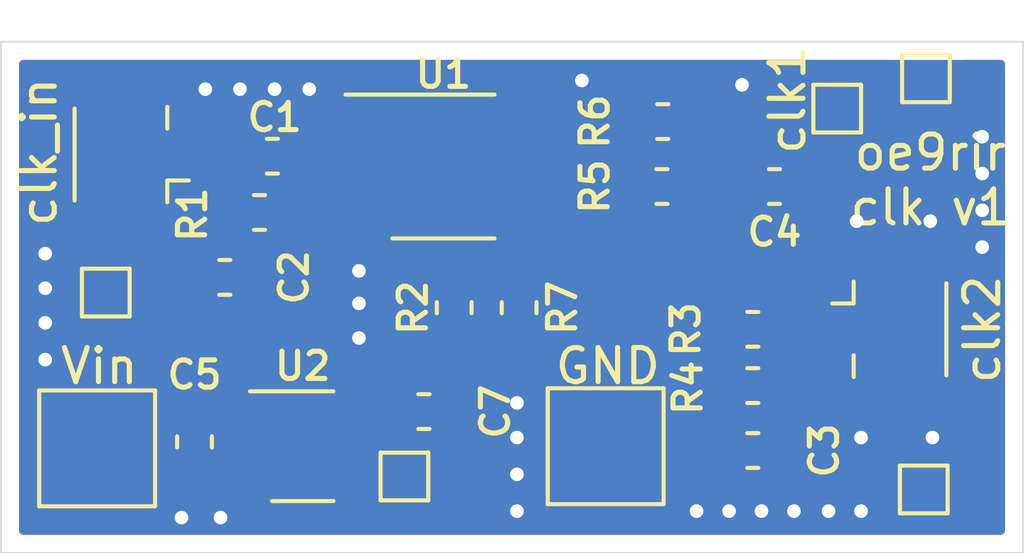
<source format=kicad_pcb>
(kicad_pcb (version 20171130) (host pcbnew 5.1.6+dfsg1-1~bpo9+1)

  (general
    (thickness 0.6)
    (drawings 10)
    (tracks 122)
    (zones 0)
    (modules 24)
    (nets 15)
  )

  (page A4)
  (layers
    (0 F.Cu signal)
    (31 B.Cu signal)
    (32 B.Adhes user)
    (33 F.Adhes user)
    (34 B.Paste user)
    (35 F.Paste user)
    (36 B.SilkS user)
    (37 F.SilkS user)
    (38 B.Mask user)
    (39 F.Mask user)
    (40 Dwgs.User user)
    (41 Cmts.User user)
    (42 Eco1.User user)
    (43 Eco2.User user)
    (44 Edge.Cuts user)
    (45 Margin user)
    (46 B.CrtYd user)
    (47 F.CrtYd user)
    (48 B.Fab user hide)
    (49 F.Fab user hide)
  )

  (setup
    (last_trace_width 0.25)
    (user_trace_width 0.254)
    (user_trace_width 0.381)
    (user_trace_width 0.508)
    (trace_clearance 0.2)
    (zone_clearance 0.508)
    (zone_45_only yes)
    (trace_min 0.2)
    (via_size 0.8)
    (via_drill 0.4)
    (via_min_size 0.4)
    (via_min_drill 0.3)
    (uvia_size 0.3)
    (uvia_drill 0.1)
    (uvias_allowed no)
    (uvia_min_size 0.2)
    (uvia_min_drill 0.1)
    (edge_width 0.05)
    (segment_width 0.2)
    (pcb_text_width 0.3)
    (pcb_text_size 1.5 1.5)
    (mod_edge_width 0.12)
    (mod_text_size 1 1)
    (mod_text_width 0.15)
    (pad_size 1.524 1.524)
    (pad_drill 0.762)
    (pad_to_mask_clearance 0.05)
    (aux_axis_origin 0 0)
    (visible_elements FFFFFF7F)
    (pcbplotparams
      (layerselection 0x010fc_ffffffff)
      (usegerberextensions true)
      (usegerberattributes false)
      (usegerberadvancedattributes false)
      (creategerberjobfile false)
      (excludeedgelayer true)
      (linewidth 0.100000)
      (plotframeref false)
      (viasonmask false)
      (mode 1)
      (useauxorigin false)
      (hpglpennumber 1)
      (hpglpenspeed 20)
      (hpglpendiameter 15.000000)
      (psnegative false)
      (psa4output false)
      (plotreference true)
      (plotvalue false)
      (plotinvisibletext false)
      (padsonsilk false)
      (subtractmaskfromsilk true)
      (outputformat 1)
      (mirror false)
      (drillshape 0)
      (scaleselection 1)
      (outputdirectory "gerber"))
  )

  (net 0 "")
  (net 1 "Net-(C1-Pad2)")
  (net 2 "Net-(C1-Pad1)")
  (net 3 GND)
  (net 4 "Net-(C2-Pad1)")
  (net 5 "Net-(C3-Pad1)")
  (net 6 "Net-(C4-Pad2)")
  (net 7 "Net-(C4-Pad1)")
  (net 8 "Net-(J2-Pad1)")
  (net 9 +3V3)
  (net 10 "Net-(R3-Pad2)")
  (net 11 "Net-(R5-Pad2)")
  (net 12 "Net-(R2-Pad2)")
  (net 13 "Net-(C5-Pad1)")
  (net 14 "Net-(U2-Pad4)")

  (net_class Default "This is the default net class."
    (clearance 0.2)
    (trace_width 0.25)
    (via_dia 0.8)
    (via_drill 0.4)
    (uvia_dia 0.3)
    (uvia_drill 0.1)
    (add_net +3V3)
    (add_net GND)
    (add_net "Net-(C1-Pad1)")
    (add_net "Net-(C1-Pad2)")
    (add_net "Net-(C2-Pad1)")
    (add_net "Net-(C3-Pad1)")
    (add_net "Net-(C4-Pad1)")
    (add_net "Net-(C4-Pad2)")
    (add_net "Net-(C5-Pad1)")
    (add_net "Net-(J2-Pad1)")
    (add_net "Net-(R2-Pad2)")
    (add_net "Net-(R3-Pad2)")
    (add_net "Net-(R5-Pad2)")
    (add_net "Net-(U2-Pad4)")
  )

  (module TestPoint:TestPoint_Pad_1.0x1.0mm (layer F.Cu) (tedit 5A0F774F) (tstamp 61805E07)
    (at 136.8425 87.757)
    (descr "SMD rectangular pad as test Point, square 1.0mm side length")
    (tags "test point SMD pad rectangle square")
    (path /6185B395)
    (attr virtual)
    (fp_text reference TP3 (at 0 -1.448) (layer F.SilkS) hide
      (effects (font (size 1 1) (thickness 0.15)))
    )
    (fp_text value 3v3 (at 0 1.55) (layer F.Fab)
      (effects (font (size 1 1) (thickness 0.15)))
    )
    (fp_line (start 1 1) (end -1 1) (layer F.CrtYd) (width 0.05))
    (fp_line (start 1 1) (end 1 -1) (layer F.CrtYd) (width 0.05))
    (fp_line (start -1 -1) (end -1 1) (layer F.CrtYd) (width 0.05))
    (fp_line (start -1 -1) (end 1 -1) (layer F.CrtYd) (width 0.05))
    (fp_line (start -0.7 0.7) (end -0.7 -0.7) (layer F.SilkS) (width 0.12))
    (fp_line (start 0.7 0.7) (end -0.7 0.7) (layer F.SilkS) (width 0.12))
    (fp_line (start 0.7 -0.7) (end 0.7 0.7) (layer F.SilkS) (width 0.12))
    (fp_line (start -0.7 -0.7) (end 0.7 -0.7) (layer F.SilkS) (width 0.12))
    (fp_text user %R (at 0 -1.45) (layer F.Fab)
      (effects (font (size 1 1) (thickness 0.15)))
    )
    (pad 1 smd rect (at 0 0) (size 1 1) (layers F.Cu F.Mask)
      (net 9 +3V3))
  )

  (module Connector_Coaxial:U.FL_Hirose_U.FL-R-SMT-1_Vertical (layer F.Cu) (tedit 5A1DBFC3) (tstamp 6178A42B)
    (at 150.91 83.439)
    (descr "Hirose U.FL Coaxial https://www.hirose.com/product/en/products/U.FL/U.FL-R-SMT-1%2810%29/")
    (tags "Hirose U.FL Coaxial")
    (path /617AF840)
    (attr smd)
    (fp_text reference J2 (at 0.475 -3.2) (layer F.SilkS) hide
      (effects (font (size 1 1) (thickness 0.15)))
    )
    (fp_text value CLK_OUT_2 (at 0.475 3.2) (layer F.Fab)
      (effects (font (size 1 1) (thickness 0.15)))
    )
    (fp_line (start -1.32 -1) (end -2.02 -1) (layer F.CrtYd) (width 0.05))
    (fp_line (start -1.32 1.8) (end -1.32 1) (layer F.CrtYd) (width 0.05))
    (fp_line (start -1.32 -1.8) (end -1.12 -1.8) (layer F.CrtYd) (width 0.05))
    (fp_line (start -1.12 -1.8) (end -1.12 -2.5) (layer F.CrtYd) (width 0.05))
    (fp_line (start 2.08 -2.5) (end -1.12 -2.5) (layer F.CrtYd) (width 0.05))
    (fp_line (start -1.32 -1) (end -1.32 -1.8) (layer F.CrtYd) (width 0.05))
    (fp_line (start 2.08 -1.8) (end 2.08 -2.5) (layer F.CrtYd) (width 0.05))
    (fp_line (start 2.08 -1.8) (end 2.28 -1.8) (layer F.CrtYd) (width 0.05))
    (fp_line (start -0.885 -1.4) (end -0.885 -0.76) (layer F.SilkS) (width 0.12))
    (fp_line (start -0.425 1.5) (end -0.425 1.3) (layer F.Fab) (width 0.1))
    (fp_line (start -0.425 1.3) (end -0.825 1.3) (layer F.Fab) (width 0.1))
    (fp_line (start -0.825 0.3) (end -0.825 1.3) (layer F.Fab) (width 0.1))
    (fp_line (start -1.075 0.3) (end -0.825 0.3) (layer F.Fab) (width 0.1))
    (fp_line (start -1.075 0.3) (end -1.075 -0.15) (layer F.Fab) (width 0.1))
    (fp_line (start -0.925 -0.3) (end -0.825 -0.3) (layer F.Fab) (width 0.1))
    (fp_line (start -0.825 -0.3) (end -0.825 -1.3) (layer F.Fab) (width 0.1))
    (fp_line (start -0.425 -1.5) (end -0.425 -1.3) (layer F.Fab) (width 0.1))
    (fp_line (start -0.425 -1.3) (end -0.825 -1.3) (layer F.Fab) (width 0.1))
    (fp_line (start -0.425 1.5) (end 1.375 1.5) (layer F.Fab) (width 0.1))
    (fp_line (start 1.375 1.5) (end 1.375 1.3) (layer F.Fab) (width 0.1))
    (fp_line (start 1.775 1.3) (end 1.375 1.3) (layer F.Fab) (width 0.1))
    (fp_line (start 1.775 -1.3) (end 1.775 1.3) (layer F.Fab) (width 0.1))
    (fp_line (start -0.425 -1.5) (end 1.375 -1.5) (layer F.Fab) (width 0.1))
    (fp_line (start 1.375 -1.5) (end 1.375 -1.3) (layer F.Fab) (width 0.1))
    (fp_line (start 1.775 -1.3) (end 1.375 -1.3) (layer F.Fab) (width 0.1))
    (fp_line (start -0.925 -0.3) (end -1.075 -0.15) (layer F.Fab) (width 0.1))
    (fp_line (start -0.885 1.4) (end -0.885 0.76) (layer F.SilkS) (width 0.12))
    (fp_line (start -0.885 -0.76) (end -1.515 -0.76) (layer F.SilkS) (width 0.12))
    (fp_line (start 1.835 -1.35) (end 1.835 1.35) (layer F.SilkS) (width 0.12))
    (fp_line (start 2.08 2.5) (end -1.12 2.5) (layer F.CrtYd) (width 0.05))
    (fp_line (start -1.12 2.5) (end -1.12 1.8) (layer F.CrtYd) (width 0.05))
    (fp_line (start -1.32 1.8) (end -1.12 1.8) (layer F.CrtYd) (width 0.05))
    (fp_line (start 2.28 1.8) (end 2.28 -1.8) (layer F.CrtYd) (width 0.05))
    (fp_line (start 2.08 2.5) (end 2.08 1.8) (layer F.CrtYd) (width 0.05))
    (fp_line (start 2.08 1.8) (end 2.28 1.8) (layer F.CrtYd) (width 0.05))
    (fp_line (start -1.32 1) (end -2.02 1) (layer F.CrtYd) (width 0.05))
    (fp_line (start -2.02 1) (end -2.02 -1) (layer F.CrtYd) (width 0.05))
    (fp_text user %R (at 0.475 0 90) (layer F.Fab)
      (effects (font (size 0.6 0.6) (thickness 0.09)))
    )
    (pad 2 smd rect (at 0.475 -1.475) (size 2.2 1.05) (layers F.Cu F.Paste F.Mask)
      (net 3 GND))
    (pad 1 smd rect (at -1.05 0) (size 1.05 1) (layers F.Cu F.Paste F.Mask)
      (net 8 "Net-(J2-Pad1)"))
    (pad 2 smd rect (at 0.475 1.475) (size 2.2 1.05) (layers F.Cu F.Paste F.Mask)
      (net 3 GND))
    (model ${KISYS3DMOD}/Connector_Coaxial.3dshapes/U.FL_Hirose_U.FL-R-SMT-1_Vertical.wrl
      (offset (xyz 0.4749999928262157 0 0))
      (scale (xyz 1 1 1))
      (rotate (xyz 0 0 0))
    )
  )

  (module Connector_Coaxial:U.FL_Hirose_U.FL-R-SMT-1_Vertical (layer F.Cu) (tedit 5A1DBFC3) (tstamp 61788BDB)
    (at 128.999 78.31 180)
    (descr "Hirose U.FL Coaxial https://www.hirose.com/product/en/products/U.FL/U.FL-R-SMT-1%2810%29/")
    (tags "Hirose U.FL Coaxial")
    (path /617A151D)
    (attr smd)
    (fp_text reference J1 (at 0.475 -3.2) (layer F.SilkS) hide
      (effects (font (size 1 1) (thickness 0.15)))
    )
    (fp_text value CLK_IN (at 0.475 3.2) (layer F.Fab)
      (effects (font (size 1 1) (thickness 0.15)))
    )
    (fp_line (start -1.32 -1) (end -2.02 -1) (layer F.CrtYd) (width 0.05))
    (fp_line (start -1.32 1.8) (end -1.32 1) (layer F.CrtYd) (width 0.05))
    (fp_line (start -1.32 -1.8) (end -1.12 -1.8) (layer F.CrtYd) (width 0.05))
    (fp_line (start -1.12 -1.8) (end -1.12 -2.5) (layer F.CrtYd) (width 0.05))
    (fp_line (start 2.08 -2.5) (end -1.12 -2.5) (layer F.CrtYd) (width 0.05))
    (fp_line (start -1.32 -1) (end -1.32 -1.8) (layer F.CrtYd) (width 0.05))
    (fp_line (start 2.08 -1.8) (end 2.08 -2.5) (layer F.CrtYd) (width 0.05))
    (fp_line (start 2.08 -1.8) (end 2.28 -1.8) (layer F.CrtYd) (width 0.05))
    (fp_line (start -0.885 -1.4) (end -0.885 -0.76) (layer F.SilkS) (width 0.12))
    (fp_line (start -0.425 1.5) (end -0.425 1.3) (layer F.Fab) (width 0.1))
    (fp_line (start -0.425 1.3) (end -0.825 1.3) (layer F.Fab) (width 0.1))
    (fp_line (start -0.825 0.3) (end -0.825 1.3) (layer F.Fab) (width 0.1))
    (fp_line (start -1.075 0.3) (end -0.825 0.3) (layer F.Fab) (width 0.1))
    (fp_line (start -1.075 0.3) (end -1.075 -0.15) (layer F.Fab) (width 0.1))
    (fp_line (start -0.925 -0.3) (end -0.825 -0.3) (layer F.Fab) (width 0.1))
    (fp_line (start -0.825 -0.3) (end -0.825 -1.3) (layer F.Fab) (width 0.1))
    (fp_line (start -0.425 -1.5) (end -0.425 -1.3) (layer F.Fab) (width 0.1))
    (fp_line (start -0.425 -1.3) (end -0.825 -1.3) (layer F.Fab) (width 0.1))
    (fp_line (start -0.425 1.5) (end 1.375 1.5) (layer F.Fab) (width 0.1))
    (fp_line (start 1.375 1.5) (end 1.375 1.3) (layer F.Fab) (width 0.1))
    (fp_line (start 1.775 1.3) (end 1.375 1.3) (layer F.Fab) (width 0.1))
    (fp_line (start 1.775 -1.3) (end 1.775 1.3) (layer F.Fab) (width 0.1))
    (fp_line (start -0.425 -1.5) (end 1.375 -1.5) (layer F.Fab) (width 0.1))
    (fp_line (start 1.375 -1.5) (end 1.375 -1.3) (layer F.Fab) (width 0.1))
    (fp_line (start 1.775 -1.3) (end 1.375 -1.3) (layer F.Fab) (width 0.1))
    (fp_line (start -0.925 -0.3) (end -1.075 -0.15) (layer F.Fab) (width 0.1))
    (fp_line (start -0.885 1.4) (end -0.885 0.76) (layer F.SilkS) (width 0.12))
    (fp_line (start -0.885 -0.76) (end -1.515 -0.76) (layer F.SilkS) (width 0.12))
    (fp_line (start 1.835 -1.35) (end 1.835 1.35) (layer F.SilkS) (width 0.12))
    (fp_line (start 2.08 2.5) (end -1.12 2.5) (layer F.CrtYd) (width 0.05))
    (fp_line (start -1.12 2.5) (end -1.12 1.8) (layer F.CrtYd) (width 0.05))
    (fp_line (start -1.32 1.8) (end -1.12 1.8) (layer F.CrtYd) (width 0.05))
    (fp_line (start 2.28 1.8) (end 2.28 -1.8) (layer F.CrtYd) (width 0.05))
    (fp_line (start 2.08 2.5) (end 2.08 1.8) (layer F.CrtYd) (width 0.05))
    (fp_line (start 2.08 1.8) (end 2.28 1.8) (layer F.CrtYd) (width 0.05))
    (fp_line (start -1.32 1) (end -2.02 1) (layer F.CrtYd) (width 0.05))
    (fp_line (start -2.02 1) (end -2.02 -1) (layer F.CrtYd) (width 0.05))
    (fp_text user %R (at 0.475 0 90) (layer F.Fab)
      (effects (font (size 0.6 0.6) (thickness 0.09)))
    )
    (pad 2 smd rect (at 0.475 -1.475 180) (size 2.2 1.05) (layers F.Cu F.Paste F.Mask)
      (net 3 GND))
    (pad 1 smd rect (at -1.05 0 180) (size 1.05 1) (layers F.Cu F.Paste F.Mask)
      (net 1 "Net-(C1-Pad2)"))
    (pad 2 smd rect (at 0.475 1.475 180) (size 2.2 1.05) (layers F.Cu F.Paste F.Mask)
      (net 3 GND))
    (model ${KISYS3DMOD}/Connector_Coaxial.3dshapes/U.FL_Hirose_U.FL-R-SMT-1_Vertical.wrl
      (offset (xyz 0.4749999928262157 0 0))
      (scale (xyz 1 1 1))
      (rotate (xyz 0 0 0))
    )
  )

  (module TestPoint:TestPoint_Pad_1.0x1.0mm (layer F.Cu) (tedit 5A0F774F) (tstamp 6178DC43)
    (at 152.0825 88.138)
    (descr "SMD rectangular pad as test Point, square 1.0mm side length")
    (tags "test point SMD pad rectangle square")
    (path /6181059D)
    (attr virtual)
    (fp_text reference TP2 (at 0 -1.448) (layer F.SilkS) hide
      (effects (font (size 1 1) (thickness 0.15)))
    )
    (fp_text value GND (at 0 1.55) (layer F.Fab)
      (effects (font (size 1 1) (thickness 0.15)))
    )
    (fp_line (start -0.7 -0.7) (end 0.7 -0.7) (layer F.SilkS) (width 0.12))
    (fp_line (start 0.7 -0.7) (end 0.7 0.7) (layer F.SilkS) (width 0.12))
    (fp_line (start 0.7 0.7) (end -0.7 0.7) (layer F.SilkS) (width 0.12))
    (fp_line (start -0.7 0.7) (end -0.7 -0.7) (layer F.SilkS) (width 0.12))
    (fp_line (start -1 -1) (end 1 -1) (layer F.CrtYd) (width 0.05))
    (fp_line (start -1 -1) (end -1 1) (layer F.CrtYd) (width 0.05))
    (fp_line (start 1 1) (end 1 -1) (layer F.CrtYd) (width 0.05))
    (fp_line (start 1 1) (end -1 1) (layer F.CrtYd) (width 0.05))
    (fp_text user %R (at 0 -1.45) (layer F.Fab)
      (effects (font (size 1 1) (thickness 0.15)))
    )
    (pad 1 smd rect (at 0 0) (size 1 1) (layers F.Cu F.Mask)
      (net 3 GND))
  )

  (module TestPoint:TestPoint_Pad_1.0x1.0mm (layer F.Cu) (tedit 5A0F774F) (tstamp 6178DC35)
    (at 128.0795 82.3595)
    (descr "SMD rectangular pad as test Point, square 1.0mm side length")
    (tags "test point SMD pad rectangle square")
    (path /6180E4C5)
    (attr virtual)
    (fp_text reference TP1 (at -0.254 -1.651 180) (layer F.SilkS) hide
      (effects (font (size 1 1) (thickness 0.15)))
    )
    (fp_text value GND (at 0 1.55) (layer F.Fab)
      (effects (font (size 1 1) (thickness 0.15)))
    )
    (fp_line (start -0.7 -0.7) (end 0.7 -0.7) (layer F.SilkS) (width 0.12))
    (fp_line (start 0.7 -0.7) (end 0.7 0.7) (layer F.SilkS) (width 0.12))
    (fp_line (start 0.7 0.7) (end -0.7 0.7) (layer F.SilkS) (width 0.12))
    (fp_line (start -0.7 0.7) (end -0.7 -0.7) (layer F.SilkS) (width 0.12))
    (fp_line (start -1 -1) (end 1 -1) (layer F.CrtYd) (width 0.05))
    (fp_line (start -1 -1) (end -1 1) (layer F.CrtYd) (width 0.05))
    (fp_line (start 1 1) (end 1 -1) (layer F.CrtYd) (width 0.05))
    (fp_line (start 1 1) (end -1 1) (layer F.CrtYd) (width 0.05))
    (fp_text user %R (at 0 -1.45) (layer F.Fab)
      (effects (font (size 1 1) (thickness 0.15)))
    )
    (pad 1 smd rect (at 0 0) (size 1 1) (layers F.Cu F.Mask)
      (net 3 GND))
  )

  (module Parts:SOT-23-5L (layer F.Cu) (tedit 61786C3F) (tstamp 6178B1AE)
    (at 133.858 86.868)
    (descr "5-pin SOT23 package")
    (tags SOT-23-5L)
    (path /617E33EA)
    (attr smd)
    (fp_text reference U2 (at 0 -2.3495) (layer F.SilkS)
      (effects (font (size 0.8 0.8) (thickness 0.15)))
    )
    (fp_text value LDK130-33_SOT23_SOT353 (at 0 2.9) (layer F.Fab)
      (effects (font (size 1 1) (thickness 0.15)))
    )
    (fp_line (start -0.9 1.61) (end 0.9 1.61) (layer F.SilkS) (width 0.12))
    (fp_line (start 0.9 -1.61) (end -1.55 -1.61) (layer F.SilkS) (width 0.12))
    (fp_line (start -1.9 -1.8) (end 1.9 -1.8) (layer F.CrtYd) (width 0.05))
    (fp_line (start 1.9 -1.8) (end 1.9 1.8) (layer F.CrtYd) (width 0.05))
    (fp_line (start 1.9 1.8) (end -1.9 1.8) (layer F.CrtYd) (width 0.05))
    (fp_line (start -1.9 1.8) (end -1.9 -1.8) (layer F.CrtYd) (width 0.05))
    (fp_line (start -0.9 -0.9) (end -0.25 -1.55) (layer F.Fab) (width 0.1))
    (fp_line (start 0.9 -1.55) (end -0.25 -1.55) (layer F.Fab) (width 0.1))
    (fp_line (start -0.9 -0.9) (end -0.9 1.55) (layer F.Fab) (width 0.1))
    (fp_line (start 0.9 1.55) (end -0.9 1.55) (layer F.Fab) (width 0.1))
    (fp_line (start 0.9 -1.55) (end 0.9 1.55) (layer F.Fab) (width 0.1))
    (fp_text user %R (at 0 0 90) (layer F.Fab)
      (effects (font (size 0.5 0.5) (thickness 0.075)))
    )
    (pad 5 smd rect (at 1.15 -0.95) (size 1.2 0.65) (layers F.Cu F.Paste F.Mask)
      (net 9 +3V3))
    (pad 4 smd rect (at 1.15 0.95) (size 1.2 0.65) (layers F.Cu F.Paste F.Mask)
      (net 14 "Net-(U2-Pad4)"))
    (pad 3 smd rect (at -1.15 0.95) (size 1.2 0.65) (layers F.Cu F.Paste F.Mask)
      (net 13 "Net-(C5-Pad1)"))
    (pad 2 smd rect (at -1.15 0) (size 1.2 0.65) (layers F.Cu F.Paste F.Mask)
      (net 3 GND))
    (pad 1 smd rect (at -1.15 -0.95) (size 1.2 0.65) (layers F.Cu F.Paste F.Mask)
      (net 13 "Net-(C5-Pad1)"))
    (model ${KISYS3DMOD}/Package_TO_SOT_SMD.3dshapes/SOT-23-5.wrl
      (at (xyz 0 0 0))
      (scale (xyz 1 1 1))
      (rotate (xyz 0 0 0))
    )
  )

  (module Capacitor_SMD:C_0603_1608Metric (layer F.Cu) (tedit 5B301BBE) (tstamp 6178A939)
    (at 137.414 85.852)
    (descr "Capacitor SMD 0603 (1608 Metric), square (rectangular) end terminal, IPC_7351 nominal, (Body size source: http://www.tortai-tech.com/upload/download/2011102023233369053.pdf), generated with kicad-footprint-generator")
    (tags capacitor)
    (path /617ECE81)
    (attr smd)
    (fp_text reference C7 (at 2.0955 0 90) (layer F.SilkS)
      (effects (font (size 0.8 0.8) (thickness 0.15)))
    )
    (fp_text value 1u (at 0 1.43) (layer F.Fab)
      (effects (font (size 1 1) (thickness 0.15)))
    )
    (fp_line (start -0.8 0.4) (end -0.8 -0.4) (layer F.Fab) (width 0.1))
    (fp_line (start -0.8 -0.4) (end 0.8 -0.4) (layer F.Fab) (width 0.1))
    (fp_line (start 0.8 -0.4) (end 0.8 0.4) (layer F.Fab) (width 0.1))
    (fp_line (start 0.8 0.4) (end -0.8 0.4) (layer F.Fab) (width 0.1))
    (fp_line (start -0.162779 -0.51) (end 0.162779 -0.51) (layer F.SilkS) (width 0.12))
    (fp_line (start -0.162779 0.51) (end 0.162779 0.51) (layer F.SilkS) (width 0.12))
    (fp_line (start -1.48 0.73) (end -1.48 -0.73) (layer F.CrtYd) (width 0.05))
    (fp_line (start -1.48 -0.73) (end 1.48 -0.73) (layer F.CrtYd) (width 0.05))
    (fp_line (start 1.48 -0.73) (end 1.48 0.73) (layer F.CrtYd) (width 0.05))
    (fp_line (start 1.48 0.73) (end -1.48 0.73) (layer F.CrtYd) (width 0.05))
    (fp_text user %R (at 0 0) (layer F.Fab)
      (effects (font (size 0.4 0.4) (thickness 0.06)))
    )
    (pad 2 smd roundrect (at 0.7875 0) (size 0.875 0.95) (layers F.Cu F.Paste F.Mask) (roundrect_rratio 0.25)
      (net 3 GND))
    (pad 1 smd roundrect (at -0.7875 0) (size 0.875 0.95) (layers F.Cu F.Paste F.Mask) (roundrect_rratio 0.25)
      (net 9 +3V3))
    (model ${KISYS3DMOD}/Capacitor_SMD.3dshapes/C_0603_1608Metric.wrl
      (at (xyz 0 0 0))
      (scale (xyz 1 1 1))
      (rotate (xyz 0 0 0))
    )
  )

  (module Capacitor_SMD:C_0603_1608Metric (layer F.Cu) (tedit 5B301BBE) (tstamp 6178A917)
    (at 130.683 86.741 270)
    (descr "Capacitor SMD 0603 (1608 Metric), square (rectangular) end terminal, IPC_7351 nominal, (Body size source: http://www.tortai-tech.com/upload/download/2011102023233369053.pdf), generated with kicad-footprint-generator")
    (tags capacitor)
    (path /617EC9F8)
    (attr smd)
    (fp_text reference C5 (at -1.9685 0 180) (layer F.SilkS)
      (effects (font (size 0.8 0.8) (thickness 0.15)))
    )
    (fp_text value 1u (at 0 1.43 90) (layer F.Fab)
      (effects (font (size 1 1) (thickness 0.15)))
    )
    (fp_line (start -0.8 0.4) (end -0.8 -0.4) (layer F.Fab) (width 0.1))
    (fp_line (start -0.8 -0.4) (end 0.8 -0.4) (layer F.Fab) (width 0.1))
    (fp_line (start 0.8 -0.4) (end 0.8 0.4) (layer F.Fab) (width 0.1))
    (fp_line (start 0.8 0.4) (end -0.8 0.4) (layer F.Fab) (width 0.1))
    (fp_line (start -0.162779 -0.51) (end 0.162779 -0.51) (layer F.SilkS) (width 0.12))
    (fp_line (start -0.162779 0.51) (end 0.162779 0.51) (layer F.SilkS) (width 0.12))
    (fp_line (start -1.48 0.73) (end -1.48 -0.73) (layer F.CrtYd) (width 0.05))
    (fp_line (start -1.48 -0.73) (end 1.48 -0.73) (layer F.CrtYd) (width 0.05))
    (fp_line (start 1.48 -0.73) (end 1.48 0.73) (layer F.CrtYd) (width 0.05))
    (fp_line (start 1.48 0.73) (end -1.48 0.73) (layer F.CrtYd) (width 0.05))
    (fp_text user %R (at 0 0 90) (layer F.Fab)
      (effects (font (size 0.4 0.4) (thickness 0.06)))
    )
    (pad 2 smd roundrect (at 0.7875 0 270) (size 0.875 0.95) (layers F.Cu F.Paste F.Mask) (roundrect_rratio 0.25)
      (net 3 GND))
    (pad 1 smd roundrect (at -0.7875 0 270) (size 0.875 0.95) (layers F.Cu F.Paste F.Mask) (roundrect_rratio 0.25)
      (net 13 "Net-(C5-Pad1)"))
    (model ${KISYS3DMOD}/Capacitor_SMD.3dshapes/C_0603_1608Metric.wrl
      (at (xyz 0 0 0))
      (scale (xyz 1 1 1))
      (rotate (xyz 0 0 0))
    )
  )

  (module Resistor_SMD:R_0603_1608Metric (layer F.Cu) (tedit 5B301BBD) (tstamp 61789891)
    (at 140.208 82.804 270)
    (descr "Resistor SMD 0603 (1608 Metric), square (rectangular) end terminal, IPC_7351 nominal, (Body size source: http://www.tortai-tech.com/upload/download/2011102023233369053.pdf), generated with kicad-footprint-generator")
    (tags resistor)
    (path /617CF961)
    (attr smd)
    (fp_text reference R7 (at 0 -1.27 90) (layer F.SilkS)
      (effects (font (size 0.8 0.8) (thickness 0.15)))
    )
    (fp_text value 0 (at 0 1.43 90) (layer F.Fab)
      (effects (font (size 1 1) (thickness 0.15)))
    )
    (fp_line (start -0.8 0.4) (end -0.8 -0.4) (layer F.Fab) (width 0.1))
    (fp_line (start -0.8 -0.4) (end 0.8 -0.4) (layer F.Fab) (width 0.1))
    (fp_line (start 0.8 -0.4) (end 0.8 0.4) (layer F.Fab) (width 0.1))
    (fp_line (start 0.8 0.4) (end -0.8 0.4) (layer F.Fab) (width 0.1))
    (fp_line (start -0.162779 -0.51) (end 0.162779 -0.51) (layer F.SilkS) (width 0.12))
    (fp_line (start -0.162779 0.51) (end 0.162779 0.51) (layer F.SilkS) (width 0.12))
    (fp_line (start -1.48 0.73) (end -1.48 -0.73) (layer F.CrtYd) (width 0.05))
    (fp_line (start -1.48 -0.73) (end 1.48 -0.73) (layer F.CrtYd) (width 0.05))
    (fp_line (start 1.48 -0.73) (end 1.48 0.73) (layer F.CrtYd) (width 0.05))
    (fp_line (start 1.48 0.73) (end -1.48 0.73) (layer F.CrtYd) (width 0.05))
    (fp_text user %R (at 0 0 90) (layer F.Fab)
      (effects (font (size 0.4 0.4) (thickness 0.06)))
    )
    (pad 2 smd roundrect (at 0.7875 0 270) (size 0.875 0.95) (layers F.Cu F.Paste F.Mask) (roundrect_rratio 0.25)
      (net 3 GND))
    (pad 1 smd roundrect (at -0.7875 0 270) (size 0.875 0.95) (layers F.Cu F.Paste F.Mask) (roundrect_rratio 0.25)
      (net 12 "Net-(R2-Pad2)"))
    (model ${KISYS3DMOD}/Resistor_SMD.3dshapes/R_0603_1608Metric.wrl
      (at (xyz 0 0 0))
      (scale (xyz 1 1 1))
      (rotate (xyz 0 0 0))
    )
  )

  (module Package_SO:MSOP-12_3x4mm_P0.65mm (layer F.Cu) (tedit 5D9F72B0) (tstamp 61788CC7)
    (at 137.987 78.661)
    (descr "MSOP, 12 Pin (https://www.analog.com/media/en/technical-documentation/data-sheets/6957fb.pdf#page=36), generated with kicad-footprint-generator ipc_gullwing_generator.py")
    (tags "MSOP SO")
    (path /61797B38)
    (attr smd)
    (fp_text reference U1 (at -0.0015 -2.715) (layer F.SilkS)
      (effects (font (size 0.8 0.8) (thickness 0.15)))
    )
    (fp_text value LTC6957xMS-3 (at 0 2.95) (layer F.Fab)
      (effects (font (size 1 1) (thickness 0.15)))
    )
    (fp_line (start 0 2.11) (end 1.5 2.11) (layer F.SilkS) (width 0.12))
    (fp_line (start 0 2.11) (end -1.5 2.11) (layer F.SilkS) (width 0.12))
    (fp_line (start 0 -2.11) (end 1.5 -2.11) (layer F.SilkS) (width 0.12))
    (fp_line (start 0 -2.11) (end -2.875 -2.11) (layer F.SilkS) (width 0.12))
    (fp_line (start -0.75 -2) (end 1.5 -2) (layer F.Fab) (width 0.1))
    (fp_line (start 1.5 -2) (end 1.5 2) (layer F.Fab) (width 0.1))
    (fp_line (start 1.5 2) (end -1.5 2) (layer F.Fab) (width 0.1))
    (fp_line (start -1.5 2) (end -1.5 -1.25) (layer F.Fab) (width 0.1))
    (fp_line (start -1.5 -1.25) (end -0.75 -2) (layer F.Fab) (width 0.1))
    (fp_line (start -3.12 -2.25) (end -3.12 2.25) (layer F.CrtYd) (width 0.05))
    (fp_line (start -3.12 2.25) (end 3.12 2.25) (layer F.CrtYd) (width 0.05))
    (fp_line (start 3.12 2.25) (end 3.12 -2.25) (layer F.CrtYd) (width 0.05))
    (fp_line (start 3.12 -2.25) (end -3.12 -2.25) (layer F.CrtYd) (width 0.05))
    (fp_text user %R (at 0 0) (layer F.Fab)
      (effects (font (size 0.75 0.75) (thickness 0.11)))
    )
    (pad 12 smd roundrect (at 2.15 -1.625) (size 1.45 0.4) (layers F.Cu F.Paste F.Mask) (roundrect_rratio 0.25)
      (net 3 GND))
    (pad 11 smd roundrect (at 2.15 -0.975) (size 1.45 0.4) (layers F.Cu F.Paste F.Mask) (roundrect_rratio 0.25)
      (net 9 +3V3))
    (pad 10 smd roundrect (at 2.15 -0.325) (size 1.45 0.4) (layers F.Cu F.Paste F.Mask) (roundrect_rratio 0.25)
      (net 11 "Net-(R5-Pad2)"))
    (pad 9 smd roundrect (at 2.15 0.325) (size 1.45 0.4) (layers F.Cu F.Paste F.Mask) (roundrect_rratio 0.25)
      (net 10 "Net-(R3-Pad2)"))
    (pad 8 smd roundrect (at 2.15 0.975) (size 1.45 0.4) (layers F.Cu F.Paste F.Mask) (roundrect_rratio 0.25)
      (net 3 GND))
    (pad 7 smd roundrect (at 2.15 1.625) (size 1.45 0.4) (layers F.Cu F.Paste F.Mask) (roundrect_rratio 0.25)
      (net 12 "Net-(R2-Pad2)"))
    (pad 6 smd roundrect (at -2.15 1.625) (size 1.45 0.4) (layers F.Cu F.Paste F.Mask) (roundrect_rratio 0.25)
      (net 9 +3V3))
    (pad 5 smd roundrect (at -2.15 0.975) (size 1.45 0.4) (layers F.Cu F.Paste F.Mask) (roundrect_rratio 0.25)
      (net 3 GND))
    (pad 4 smd roundrect (at -2.15 0.325) (size 1.45 0.4) (layers F.Cu F.Paste F.Mask) (roundrect_rratio 0.25)
      (net 4 "Net-(C2-Pad1)"))
    (pad 3 smd roundrect (at -2.15 -0.325) (size 1.45 0.4) (layers F.Cu F.Paste F.Mask) (roundrect_rratio 0.25)
      (net 2 "Net-(C1-Pad1)"))
    (pad 2 smd roundrect (at -2.15 -0.975) (size 1.45 0.4) (layers F.Cu F.Paste F.Mask) (roundrect_rratio 0.25)
      (net 9 +3V3))
    (pad 1 smd roundrect (at -2.15 -1.625) (size 1.45 0.4) (layers F.Cu F.Paste F.Mask) (roundrect_rratio 0.25)
      (net 3 GND))
    (model ${KISYS3DMOD}/Package_SO.3dshapes/MSOP-12_3x4mm_P0.65mm.wrl
      (at (xyz 0 0 0))
      (scale (xyz 1 1 1))
      (rotate (xyz 0 0 0))
    )
  )

  (module Resistor_SMD:R_0603_1608Metric (layer F.Cu) (tedit 5B301BBD) (tstamp 61788CA9)
    (at 144.4245 77.343 180)
    (descr "Resistor SMD 0603 (1608 Metric), square (rectangular) end terminal, IPC_7351 nominal, (Body size source: http://www.tortai-tech.com/upload/download/2011102023233369053.pdf), generated with kicad-footprint-generator")
    (tags resistor)
    (path /6179E064)
    (attr smd)
    (fp_text reference R6 (at 1.994 0 90) (layer F.SilkS)
      (effects (font (size 0.8 0.8) (thickness 0.15)))
    )
    (fp_text value 240 (at 0 1.43) (layer F.Fab)
      (effects (font (size 1 1) (thickness 0.15)))
    )
    (fp_line (start -0.8 0.4) (end -0.8 -0.4) (layer F.Fab) (width 0.1))
    (fp_line (start -0.8 -0.4) (end 0.8 -0.4) (layer F.Fab) (width 0.1))
    (fp_line (start 0.8 -0.4) (end 0.8 0.4) (layer F.Fab) (width 0.1))
    (fp_line (start 0.8 0.4) (end -0.8 0.4) (layer F.Fab) (width 0.1))
    (fp_line (start -0.162779 -0.51) (end 0.162779 -0.51) (layer F.SilkS) (width 0.12))
    (fp_line (start -0.162779 0.51) (end 0.162779 0.51) (layer F.SilkS) (width 0.12))
    (fp_line (start -1.48 0.73) (end -1.48 -0.73) (layer F.CrtYd) (width 0.05))
    (fp_line (start -1.48 -0.73) (end 1.48 -0.73) (layer F.CrtYd) (width 0.05))
    (fp_line (start 1.48 -0.73) (end 1.48 0.73) (layer F.CrtYd) (width 0.05))
    (fp_line (start 1.48 0.73) (end -1.48 0.73) (layer F.CrtYd) (width 0.05))
    (fp_text user %R (at 0 0) (layer F.Fab)
      (effects (font (size 0.4 0.4) (thickness 0.06)))
    )
    (pad 2 smd roundrect (at 0.7875 0 180) (size 0.875 0.95) (layers F.Cu F.Paste F.Mask) (roundrect_rratio 0.25)
      (net 3 GND))
    (pad 1 smd roundrect (at -0.7875 0 180) (size 0.875 0.95) (layers F.Cu F.Paste F.Mask) (roundrect_rratio 0.25)
      (net 6 "Net-(C4-Pad2)"))
    (model ${KISYS3DMOD}/Resistor_SMD.3dshapes/R_0603_1608Metric.wrl
      (at (xyz 0 0 0))
      (scale (xyz 1 1 1))
      (rotate (xyz 0 0 0))
    )
  )

  (module Resistor_SMD:R_0603_1608Metric (layer F.Cu) (tedit 5B301BBD) (tstamp 61788C98)
    (at 144.399 79.248 180)
    (descr "Resistor SMD 0603 (1608 Metric), square (rectangular) end terminal, IPC_7351 nominal, (Body size source: http://www.tortai-tech.com/upload/download/2011102023233369053.pdf), generated with kicad-footprint-generator")
    (tags resistor)
    (path /6179DA7D)
    (attr smd)
    (fp_text reference R5 (at 1.9685 0 90) (layer F.SilkS)
      (effects (font (size 0.8 0.8) (thickness 0.15)))
    )
    (fp_text value 240 (at 0 1.43) (layer F.Fab)
      (effects (font (size 1 1) (thickness 0.15)))
    )
    (fp_line (start -0.8 0.4) (end -0.8 -0.4) (layer F.Fab) (width 0.1))
    (fp_line (start -0.8 -0.4) (end 0.8 -0.4) (layer F.Fab) (width 0.1))
    (fp_line (start 0.8 -0.4) (end 0.8 0.4) (layer F.Fab) (width 0.1))
    (fp_line (start 0.8 0.4) (end -0.8 0.4) (layer F.Fab) (width 0.1))
    (fp_line (start -0.162779 -0.51) (end 0.162779 -0.51) (layer F.SilkS) (width 0.12))
    (fp_line (start -0.162779 0.51) (end 0.162779 0.51) (layer F.SilkS) (width 0.12))
    (fp_line (start -1.48 0.73) (end -1.48 -0.73) (layer F.CrtYd) (width 0.05))
    (fp_line (start -1.48 -0.73) (end 1.48 -0.73) (layer F.CrtYd) (width 0.05))
    (fp_line (start 1.48 -0.73) (end 1.48 0.73) (layer F.CrtYd) (width 0.05))
    (fp_line (start 1.48 0.73) (end -1.48 0.73) (layer F.CrtYd) (width 0.05))
    (fp_text user %R (at 0 0) (layer F.Fab)
      (effects (font (size 0.4 0.4) (thickness 0.06)))
    )
    (pad 2 smd roundrect (at 0.7875 0 180) (size 0.875 0.95) (layers F.Cu F.Paste F.Mask) (roundrect_rratio 0.25)
      (net 11 "Net-(R5-Pad2)"))
    (pad 1 smd roundrect (at -0.7875 0 180) (size 0.875 0.95) (layers F.Cu F.Paste F.Mask) (roundrect_rratio 0.25)
      (net 6 "Net-(C4-Pad2)"))
    (model ${KISYS3DMOD}/Resistor_SMD.3dshapes/R_0603_1608Metric.wrl
      (at (xyz 0 0 0))
      (scale (xyz 1 1 1))
      (rotate (xyz 0 0 0))
    )
  )

  (module Resistor_SMD:R_0603_1608Metric (layer F.Cu) (tedit 5B301BBD) (tstamp 6178BDD0)
    (at 147.066 85.09 180)
    (descr "Resistor SMD 0603 (1608 Metric), square (rectangular) end terminal, IPC_7351 nominal, (Body size source: http://www.tortai-tech.com/upload/download/2011102023233369053.pdf), generated with kicad-footprint-generator")
    (tags resistor)
    (path /617AEF0B)
    (attr smd)
    (fp_text reference R4 (at 1.905 -0.0635 90) (layer F.SilkS)
      (effects (font (size 0.8 0.8) (thickness 0.15)))
    )
    (fp_text value 100 (at 0 1.43) (layer F.Fab)
      (effects (font (size 1 1) (thickness 0.15)))
    )
    (fp_line (start -0.8 0.4) (end -0.8 -0.4) (layer F.Fab) (width 0.1))
    (fp_line (start -0.8 -0.4) (end 0.8 -0.4) (layer F.Fab) (width 0.1))
    (fp_line (start 0.8 -0.4) (end 0.8 0.4) (layer F.Fab) (width 0.1))
    (fp_line (start 0.8 0.4) (end -0.8 0.4) (layer F.Fab) (width 0.1))
    (fp_line (start -0.162779 -0.51) (end 0.162779 -0.51) (layer F.SilkS) (width 0.12))
    (fp_line (start -0.162779 0.51) (end 0.162779 0.51) (layer F.SilkS) (width 0.12))
    (fp_line (start -1.48 0.73) (end -1.48 -0.73) (layer F.CrtYd) (width 0.05))
    (fp_line (start -1.48 -0.73) (end 1.48 -0.73) (layer F.CrtYd) (width 0.05))
    (fp_line (start 1.48 -0.73) (end 1.48 0.73) (layer F.CrtYd) (width 0.05))
    (fp_line (start 1.48 0.73) (end -1.48 0.73) (layer F.CrtYd) (width 0.05))
    (fp_text user %R (at 0 0) (layer F.Fab)
      (effects (font (size 0.4 0.4) (thickness 0.06)))
    )
    (pad 2 smd roundrect (at 0.7875 0 180) (size 0.875 0.95) (layers F.Cu F.Paste F.Mask) (roundrect_rratio 0.25)
      (net 5 "Net-(C3-Pad1)"))
    (pad 1 smd roundrect (at -0.7875 0 180) (size 0.875 0.95) (layers F.Cu F.Paste F.Mask) (roundrect_rratio 0.25)
      (net 8 "Net-(J2-Pad1)"))
    (model ${KISYS3DMOD}/Resistor_SMD.3dshapes/R_0603_1608Metric.wrl
      (at (xyz 0 0 0))
      (scale (xyz 1 1 1))
      (rotate (xyz 0 0 0))
    )
  )

  (module Resistor_SMD:R_0603_1608Metric (layer F.Cu) (tedit 5B301BBD) (tstamp 6178A4AD)
    (at 147.066 83.439 180)
    (descr "Resistor SMD 0603 (1608 Metric), square (rectangular) end terminal, IPC_7351 nominal, (Body size source: http://www.tortai-tech.com/upload/download/2011102023233369053.pdf), generated with kicad-footprint-generator")
    (tags resistor)
    (path /617AE367)
    (attr smd)
    (fp_text reference R3 (at 1.9685 0 90) (layer F.SilkS)
      (effects (font (size 0.8 0.8) (thickness 0.15)))
    )
    (fp_text value 75 (at 0 1.43) (layer F.Fab)
      (effects (font (size 1 1) (thickness 0.15)))
    )
    (fp_line (start -0.8 0.4) (end -0.8 -0.4) (layer F.Fab) (width 0.1))
    (fp_line (start -0.8 -0.4) (end 0.8 -0.4) (layer F.Fab) (width 0.1))
    (fp_line (start 0.8 -0.4) (end 0.8 0.4) (layer F.Fab) (width 0.1))
    (fp_line (start 0.8 0.4) (end -0.8 0.4) (layer F.Fab) (width 0.1))
    (fp_line (start -0.162779 -0.51) (end 0.162779 -0.51) (layer F.SilkS) (width 0.12))
    (fp_line (start -0.162779 0.51) (end 0.162779 0.51) (layer F.SilkS) (width 0.12))
    (fp_line (start -1.48 0.73) (end -1.48 -0.73) (layer F.CrtYd) (width 0.05))
    (fp_line (start -1.48 -0.73) (end 1.48 -0.73) (layer F.CrtYd) (width 0.05))
    (fp_line (start 1.48 -0.73) (end 1.48 0.73) (layer F.CrtYd) (width 0.05))
    (fp_line (start 1.48 0.73) (end -1.48 0.73) (layer F.CrtYd) (width 0.05))
    (fp_text user %R (at 0 0) (layer F.Fab)
      (effects (font (size 0.4 0.4) (thickness 0.06)))
    )
    (pad 2 smd roundrect (at 0.7875 0 180) (size 0.875 0.95) (layers F.Cu F.Paste F.Mask) (roundrect_rratio 0.25)
      (net 10 "Net-(R3-Pad2)"))
    (pad 1 smd roundrect (at -0.7875 0 180) (size 0.875 0.95) (layers F.Cu F.Paste F.Mask) (roundrect_rratio 0.25)
      (net 8 "Net-(J2-Pad1)"))
    (model ${KISYS3DMOD}/Resistor_SMD.3dshapes/R_0603_1608Metric.wrl
      (at (xyz 0 0 0))
      (scale (xyz 1 1 1))
      (rotate (xyz 0 0 0))
    )
  )

  (module Resistor_SMD:R_0603_1608Metric (layer F.Cu) (tedit 5B301BBD) (tstamp 61788C65)
    (at 138.303 82.804 90)
    (descr "Resistor SMD 0603 (1608 Metric), square (rectangular) end terminal, IPC_7351 nominal, (Body size source: http://www.tortai-tech.com/upload/download/2011102023233369053.pdf), generated with kicad-footprint-generator")
    (tags resistor)
    (path /6179977F)
    (attr smd)
    (fp_text reference R2 (at 0 -1.2065 90) (layer F.SilkS)
      (effects (font (size 0.8 0.8) (thickness 0.15)))
    )
    (fp_text value 4k7 (at 0 1.43 90) (layer F.Fab)
      (effects (font (size 1 1) (thickness 0.15)))
    )
    (fp_line (start -0.8 0.4) (end -0.8 -0.4) (layer F.Fab) (width 0.1))
    (fp_line (start -0.8 -0.4) (end 0.8 -0.4) (layer F.Fab) (width 0.1))
    (fp_line (start 0.8 -0.4) (end 0.8 0.4) (layer F.Fab) (width 0.1))
    (fp_line (start 0.8 0.4) (end -0.8 0.4) (layer F.Fab) (width 0.1))
    (fp_line (start -0.162779 -0.51) (end 0.162779 -0.51) (layer F.SilkS) (width 0.12))
    (fp_line (start -0.162779 0.51) (end 0.162779 0.51) (layer F.SilkS) (width 0.12))
    (fp_line (start -1.48 0.73) (end -1.48 -0.73) (layer F.CrtYd) (width 0.05))
    (fp_line (start -1.48 -0.73) (end 1.48 -0.73) (layer F.CrtYd) (width 0.05))
    (fp_line (start 1.48 -0.73) (end 1.48 0.73) (layer F.CrtYd) (width 0.05))
    (fp_line (start 1.48 0.73) (end -1.48 0.73) (layer F.CrtYd) (width 0.05))
    (fp_text user %R (at 0 0 90) (layer F.Fab)
      (effects (font (size 0.4 0.4) (thickness 0.06)))
    )
    (pad 2 smd roundrect (at 0.7875 0 90) (size 0.875 0.95) (layers F.Cu F.Paste F.Mask) (roundrect_rratio 0.25)
      (net 12 "Net-(R2-Pad2)"))
    (pad 1 smd roundrect (at -0.7875 0 90) (size 0.875 0.95) (layers F.Cu F.Paste F.Mask) (roundrect_rratio 0.25)
      (net 9 +3V3))
    (model ${KISYS3DMOD}/Resistor_SMD.3dshapes/R_0603_1608Metric.wrl
      (at (xyz 0 0 0))
      (scale (xyz 1 1 1))
      (rotate (xyz 0 0 0))
    )
  )

  (module Resistor_SMD:R_0603_1608Metric (layer F.Cu) (tedit 5B301BBD) (tstamp 61788C54)
    (at 132.588 80.01)
    (descr "Resistor SMD 0603 (1608 Metric), square (rectangular) end terminal, IPC_7351 nominal, (Body size source: http://www.tortai-tech.com/upload/download/2011102023233369053.pdf), generated with kicad-footprint-generator")
    (tags resistor)
    (path /6179B857)
    (attr smd)
    (fp_text reference R1 (at -1.9685 0.0635 90) (layer F.SilkS)
      (effects (font (size 0.8 0.8) (thickness 0.15)))
    )
    (fp_text value 49.9 (at 0 1.43) (layer F.Fab)
      (effects (font (size 1 1) (thickness 0.15)))
    )
    (fp_line (start -0.8 0.4) (end -0.8 -0.4) (layer F.Fab) (width 0.1))
    (fp_line (start -0.8 -0.4) (end 0.8 -0.4) (layer F.Fab) (width 0.1))
    (fp_line (start 0.8 -0.4) (end 0.8 0.4) (layer F.Fab) (width 0.1))
    (fp_line (start 0.8 0.4) (end -0.8 0.4) (layer F.Fab) (width 0.1))
    (fp_line (start -0.162779 -0.51) (end 0.162779 -0.51) (layer F.SilkS) (width 0.12))
    (fp_line (start -0.162779 0.51) (end 0.162779 0.51) (layer F.SilkS) (width 0.12))
    (fp_line (start -1.48 0.73) (end -1.48 -0.73) (layer F.CrtYd) (width 0.05))
    (fp_line (start -1.48 -0.73) (end 1.48 -0.73) (layer F.CrtYd) (width 0.05))
    (fp_line (start 1.48 -0.73) (end 1.48 0.73) (layer F.CrtYd) (width 0.05))
    (fp_line (start 1.48 0.73) (end -1.48 0.73) (layer F.CrtYd) (width 0.05))
    (fp_text user %R (at 0 0) (layer F.Fab)
      (effects (font (size 0.4 0.4) (thickness 0.06)))
    )
    (pad 2 smd roundrect (at 0.7875 0) (size 0.875 0.95) (layers F.Cu F.Paste F.Mask) (roundrect_rratio 0.25)
      (net 4 "Net-(C2-Pad1)"))
    (pad 1 smd roundrect (at -0.7875 0) (size 0.875 0.95) (layers F.Cu F.Paste F.Mask) (roundrect_rratio 0.25)
      (net 2 "Net-(C1-Pad1)"))
    (model ${KISYS3DMOD}/Resistor_SMD.3dshapes/R_0603_1608Metric.wrl
      (at (xyz 0 0 0))
      (scale (xyz 1 1 1))
      (rotate (xyz 0 0 0))
    )
  )

  (module TestPoint:TestPoint_Pad_1.0x1.0mm (layer F.Cu) (tedit 5A0F774F) (tstamp 61788C35)
    (at 152.146 76.073)
    (descr "SMD rectangular pad as test Point, square 1.0mm side length")
    (tags "test point SMD pad rectangle square")
    (path /617C6E42)
    (attr virtual)
    (fp_text reference J6 (at 1.778 0 90) (layer F.SilkS) hide
      (effects (font (size 1 1) (thickness 0.15)))
    )
    (fp_text value GND (at 0 1.55) (layer F.Fab)
      (effects (font (size 1 1) (thickness 0.15)))
    )
    (fp_line (start -0.7 -0.7) (end 0.7 -0.7) (layer F.SilkS) (width 0.12))
    (fp_line (start 0.7 -0.7) (end 0.7 0.7) (layer F.SilkS) (width 0.12))
    (fp_line (start 0.7 0.7) (end -0.7 0.7) (layer F.SilkS) (width 0.12))
    (fp_line (start -0.7 0.7) (end -0.7 -0.7) (layer F.SilkS) (width 0.12))
    (fp_line (start -1 -1) (end 1 -1) (layer F.CrtYd) (width 0.05))
    (fp_line (start -1 -1) (end -1 1) (layer F.CrtYd) (width 0.05))
    (fp_line (start 1 1) (end 1 -1) (layer F.CrtYd) (width 0.05))
    (fp_line (start 1 1) (end -1 1) (layer F.CrtYd) (width 0.05))
    (fp_text user %R (at 0 -1.45) (layer F.Fab)
      (effects (font (size 1 1) (thickness 0.15)))
    )
    (pad 1 smd rect (at 0 0) (size 1 1) (layers F.Cu F.Mask)
      (net 3 GND))
  )

  (module TestPoint:TestPoint_Pad_3.0x3.0mm (layer F.Cu) (tedit 5A0F774F) (tstamp 61788C27)
    (at 142.748 86.868)
    (descr "SMD rectangular pad as test Point, square 3.0mm side length")
    (tags "test point SMD pad rectangle square")
    (path /617C30EA)
    (attr virtual)
    (fp_text reference J5 (at 3.175 1.016) (layer F.SilkS) hide
      (effects (font (size 1 1) (thickness 0.15)))
    )
    (fp_text value GND (at 0 2.55) (layer F.Fab)
      (effects (font (size 1 1) (thickness 0.15)))
    )
    (fp_line (start -1.7 -1.7) (end 1.7 -1.7) (layer F.SilkS) (width 0.12))
    (fp_line (start 1.7 -1.7) (end 1.7 1.7) (layer F.SilkS) (width 0.12))
    (fp_line (start 1.7 1.7) (end -1.7 1.7) (layer F.SilkS) (width 0.12))
    (fp_line (start -1.7 1.7) (end -1.7 -1.7) (layer F.SilkS) (width 0.12))
    (fp_line (start -2 -2) (end 2 -2) (layer F.CrtYd) (width 0.05))
    (fp_line (start -2 -2) (end -2 2) (layer F.CrtYd) (width 0.05))
    (fp_line (start 2 2) (end 2 -2) (layer F.CrtYd) (width 0.05))
    (fp_line (start 2 2) (end -2 2) (layer F.CrtYd) (width 0.05))
    (fp_text user %R (at 0 -2.4) (layer F.Fab)
      (effects (font (size 1 1) (thickness 0.15)))
    )
    (pad 1 smd rect (at 0 0) (size 3 3) (layers F.Cu F.Mask)
      (net 3 GND))
  )

  (module TestPoint:TestPoint_Pad_3.0x3.0mm (layer F.Cu) (tedit 5A0F774F) (tstamp 61788C19)
    (at 127.8255 86.9315)
    (descr "SMD rectangular pad as test Point, square 3.0mm side length")
    (tags "test point SMD pad rectangle square")
    (path /617C2D79)
    (attr virtual)
    (fp_text reference J4 (at 2.3495 2.2225) (layer F.SilkS) hide
      (effects (font (size 1 1) (thickness 0.15)))
    )
    (fp_text value VIN+ (at 0 2.55) (layer F.Fab)
      (effects (font (size 1 1) (thickness 0.15)))
    )
    (fp_line (start -1.7 -1.7) (end 1.7 -1.7) (layer F.SilkS) (width 0.12))
    (fp_line (start 1.7 -1.7) (end 1.7 1.7) (layer F.SilkS) (width 0.12))
    (fp_line (start 1.7 1.7) (end -1.7 1.7) (layer F.SilkS) (width 0.12))
    (fp_line (start -1.7 1.7) (end -1.7 -1.7) (layer F.SilkS) (width 0.12))
    (fp_line (start -2 -2) (end 2 -2) (layer F.CrtYd) (width 0.05))
    (fp_line (start -2 -2) (end -2 2) (layer F.CrtYd) (width 0.05))
    (fp_line (start 2 2) (end 2 -2) (layer F.CrtYd) (width 0.05))
    (fp_line (start 2 2) (end -2 2) (layer F.CrtYd) (width 0.05))
    (fp_text user %R (at 0 -2.4) (layer F.Fab)
      (effects (font (size 1 1) (thickness 0.15)))
    )
    (pad 1 smd rect (at 0 0) (size 3 3) (layers F.Cu F.Mask)
      (net 13 "Net-(C5-Pad1)"))
  )

  (module TestPoint:TestPoint_Pad_1.0x1.0mm (layer F.Cu) (tedit 5A0F774F) (tstamp 6178A514)
    (at 149.5425 76.962)
    (descr "SMD rectangular pad as test Point, square 1.0mm side length")
    (tags "test point SMD pad rectangle square")
    (path /617B5FB7)
    (attr virtual)
    (fp_text reference J3 (at 1.7145 -0.0635 90) (layer F.SilkS) hide
      (effects (font (size 1 1) (thickness 0.15)))
    )
    (fp_text value CLK_OUT_1 (at 0 1.55) (layer F.Fab)
      (effects (font (size 1 1) (thickness 0.15)))
    )
    (fp_line (start -0.7 -0.7) (end 0.7 -0.7) (layer F.SilkS) (width 0.12))
    (fp_line (start 0.7 -0.7) (end 0.7 0.7) (layer F.SilkS) (width 0.12))
    (fp_line (start 0.7 0.7) (end -0.7 0.7) (layer F.SilkS) (width 0.12))
    (fp_line (start -0.7 0.7) (end -0.7 -0.7) (layer F.SilkS) (width 0.12))
    (fp_line (start -1 -1) (end 1 -1) (layer F.CrtYd) (width 0.05))
    (fp_line (start -1 -1) (end -1 1) (layer F.CrtYd) (width 0.05))
    (fp_line (start 1 1) (end 1 -1) (layer F.CrtYd) (width 0.05))
    (fp_line (start 1 1) (end -1 1) (layer F.CrtYd) (width 0.05))
    (fp_text user %R (at 0 -1.45) (layer F.Fab)
      (effects (font (size 1 1) (thickness 0.15)))
    )
    (pad 1 smd rect (at 0 0) (size 1 1) (layers F.Cu F.Mask)
      (net 7 "Net-(C4-Pad1)"))
  )

  (module Capacitor_SMD:C_0603_1608Metric (layer F.Cu) (tedit 5B301BBE) (tstamp 61789A4A)
    (at 147.701 79.248 180)
    (descr "Capacitor SMD 0603 (1608 Metric), square (rectangular) end terminal, IPC_7351 nominal, (Body size source: http://www.tortai-tech.com/upload/download/2011102023233369053.pdf), generated with kicad-footprint-generator")
    (tags capacitor)
    (path /6179E1FF)
    (attr smd)
    (fp_text reference C4 (at 0 -1.3335) (layer F.SilkS)
      (effects (font (size 0.8 0.8) (thickness 0.15)))
    )
    (fp_text value 18p (at 0 1.43) (layer F.Fab)
      (effects (font (size 1 1) (thickness 0.15)))
    )
    (fp_line (start -0.8 0.4) (end -0.8 -0.4) (layer F.Fab) (width 0.1))
    (fp_line (start -0.8 -0.4) (end 0.8 -0.4) (layer F.Fab) (width 0.1))
    (fp_line (start 0.8 -0.4) (end 0.8 0.4) (layer F.Fab) (width 0.1))
    (fp_line (start 0.8 0.4) (end -0.8 0.4) (layer F.Fab) (width 0.1))
    (fp_line (start -0.162779 -0.51) (end 0.162779 -0.51) (layer F.SilkS) (width 0.12))
    (fp_line (start -0.162779 0.51) (end 0.162779 0.51) (layer F.SilkS) (width 0.12))
    (fp_line (start -1.48 0.73) (end -1.48 -0.73) (layer F.CrtYd) (width 0.05))
    (fp_line (start -1.48 -0.73) (end 1.48 -0.73) (layer F.CrtYd) (width 0.05))
    (fp_line (start 1.48 -0.73) (end 1.48 0.73) (layer F.CrtYd) (width 0.05))
    (fp_line (start 1.48 0.73) (end -1.48 0.73) (layer F.CrtYd) (width 0.05))
    (fp_text user %R (at 0 0) (layer F.Fab)
      (effects (font (size 0.4 0.4) (thickness 0.06)))
    )
    (pad 2 smd roundrect (at 0.7875 0 180) (size 0.875 0.95) (layers F.Cu F.Paste F.Mask) (roundrect_rratio 0.25)
      (net 6 "Net-(C4-Pad2)"))
    (pad 1 smd roundrect (at -0.7875 0 180) (size 0.875 0.95) (layers F.Cu F.Paste F.Mask) (roundrect_rratio 0.25)
      (net 7 "Net-(C4-Pad1)"))
    (model ${KISYS3DMOD}/Capacitor_SMD.3dshapes/C_0603_1608Metric.wrl
      (at (xyz 0 0 0))
      (scale (xyz 1 1 1))
      (rotate (xyz 0 0 0))
    )
  )

  (module Capacitor_SMD:C_0603_1608Metric (layer F.Cu) (tedit 5B301BBE) (tstamp 6178A3EA)
    (at 147.066 86.995)
    (descr "Capacitor SMD 0603 (1608 Metric), square (rectangular) end terminal, IPC_7351 nominal, (Body size source: http://www.tortai-tech.com/upload/download/2011102023233369053.pdf), generated with kicad-footprint-generator")
    (tags capacitor)
    (path /617AF611)
    (attr smd)
    (fp_text reference C3 (at 2.0955 0 90) (layer F.SilkS)
      (effects (font (size 0.8 0.8) (thickness 0.15)))
    )
    (fp_text value 0.01u (at 0 1.43) (layer F.Fab)
      (effects (font (size 1 1) (thickness 0.15)))
    )
    (fp_line (start -0.8 0.4) (end -0.8 -0.4) (layer F.Fab) (width 0.1))
    (fp_line (start -0.8 -0.4) (end 0.8 -0.4) (layer F.Fab) (width 0.1))
    (fp_line (start 0.8 -0.4) (end 0.8 0.4) (layer F.Fab) (width 0.1))
    (fp_line (start 0.8 0.4) (end -0.8 0.4) (layer F.Fab) (width 0.1))
    (fp_line (start -0.162779 -0.51) (end 0.162779 -0.51) (layer F.SilkS) (width 0.12))
    (fp_line (start -0.162779 0.51) (end 0.162779 0.51) (layer F.SilkS) (width 0.12))
    (fp_line (start -1.48 0.73) (end -1.48 -0.73) (layer F.CrtYd) (width 0.05))
    (fp_line (start -1.48 -0.73) (end 1.48 -0.73) (layer F.CrtYd) (width 0.05))
    (fp_line (start 1.48 -0.73) (end 1.48 0.73) (layer F.CrtYd) (width 0.05))
    (fp_line (start 1.48 0.73) (end -1.48 0.73) (layer F.CrtYd) (width 0.05))
    (fp_text user %R (at 0 0) (layer F.Fab)
      (effects (font (size 0.4 0.4) (thickness 0.06)))
    )
    (pad 2 smd roundrect (at 0.7875 0) (size 0.875 0.95) (layers F.Cu F.Paste F.Mask) (roundrect_rratio 0.25)
      (net 3 GND))
    (pad 1 smd roundrect (at -0.7875 0) (size 0.875 0.95) (layers F.Cu F.Paste F.Mask) (roundrect_rratio 0.25)
      (net 5 "Net-(C3-Pad1)"))
    (model ${KISYS3DMOD}/Capacitor_SMD.3dshapes/C_0603_1608Metric.wrl
      (at (xyz 0 0 0))
      (scale (xyz 1 1 1))
      (rotate (xyz 0 0 0))
    )
  )

  (module Capacitor_SMD:C_0603_1608Metric (layer F.Cu) (tedit 5B301BBE) (tstamp 61788B97)
    (at 131.572 81.915 180)
    (descr "Capacitor SMD 0603 (1608 Metric), square (rectangular) end terminal, IPC_7351 nominal, (Body size source: http://www.tortai-tech.com/upload/download/2011102023233369053.pdf), generated with kicad-footprint-generator")
    (tags capacitor)
    (path /6179BE59)
    (attr smd)
    (fp_text reference C2 (at -2.032 0 90) (layer F.SilkS)
      (effects (font (size 0.8 0.8) (thickness 0.15)))
    )
    (fp_text value 0.01u (at 0 1.43) (layer F.Fab)
      (effects (font (size 1 1) (thickness 0.15)))
    )
    (fp_line (start -0.8 0.4) (end -0.8 -0.4) (layer F.Fab) (width 0.1))
    (fp_line (start -0.8 -0.4) (end 0.8 -0.4) (layer F.Fab) (width 0.1))
    (fp_line (start 0.8 -0.4) (end 0.8 0.4) (layer F.Fab) (width 0.1))
    (fp_line (start 0.8 0.4) (end -0.8 0.4) (layer F.Fab) (width 0.1))
    (fp_line (start -0.162779 -0.51) (end 0.162779 -0.51) (layer F.SilkS) (width 0.12))
    (fp_line (start -0.162779 0.51) (end 0.162779 0.51) (layer F.SilkS) (width 0.12))
    (fp_line (start -1.48 0.73) (end -1.48 -0.73) (layer F.CrtYd) (width 0.05))
    (fp_line (start -1.48 -0.73) (end 1.48 -0.73) (layer F.CrtYd) (width 0.05))
    (fp_line (start 1.48 -0.73) (end 1.48 0.73) (layer F.CrtYd) (width 0.05))
    (fp_line (start 1.48 0.73) (end -1.48 0.73) (layer F.CrtYd) (width 0.05))
    (fp_text user %R (at 0 0) (layer F.Fab)
      (effects (font (size 0.4 0.4) (thickness 0.06)))
    )
    (pad 2 smd roundrect (at 0.7875 0 180) (size 0.875 0.95) (layers F.Cu F.Paste F.Mask) (roundrect_rratio 0.25)
      (net 3 GND))
    (pad 1 smd roundrect (at -0.7875 0 180) (size 0.875 0.95) (layers F.Cu F.Paste F.Mask) (roundrect_rratio 0.25)
      (net 4 "Net-(C2-Pad1)"))
    (model ${KISYS3DMOD}/Capacitor_SMD.3dshapes/C_0603_1608Metric.wrl
      (at (xyz 0 0 0))
      (scale (xyz 1 1 1))
      (rotate (xyz 0 0 0))
    )
  )

  (module Capacitor_SMD:C_0603_1608Metric (layer F.Cu) (tedit 5B301BBE) (tstamp 61788B86)
    (at 132.969 78.359 180)
    (descr "Capacitor SMD 0603 (1608 Metric), square (rectangular) end terminal, IPC_7351 nominal, (Body size source: http://www.tortai-tech.com/upload/download/2011102023233369053.pdf), generated with kicad-footprint-generator")
    (tags capacitor)
    (path /6179C052)
    (attr smd)
    (fp_text reference C1 (at -0.0635 1.143) (layer F.SilkS)
      (effects (font (size 0.8 0.8) (thickness 0.15)))
    )
    (fp_text value 0.01u (at 0 1.43) (layer F.Fab)
      (effects (font (size 1 1) (thickness 0.15)))
    )
    (fp_line (start -0.8 0.4) (end -0.8 -0.4) (layer F.Fab) (width 0.1))
    (fp_line (start -0.8 -0.4) (end 0.8 -0.4) (layer F.Fab) (width 0.1))
    (fp_line (start 0.8 -0.4) (end 0.8 0.4) (layer F.Fab) (width 0.1))
    (fp_line (start 0.8 0.4) (end -0.8 0.4) (layer F.Fab) (width 0.1))
    (fp_line (start -0.162779 -0.51) (end 0.162779 -0.51) (layer F.SilkS) (width 0.12))
    (fp_line (start -0.162779 0.51) (end 0.162779 0.51) (layer F.SilkS) (width 0.12))
    (fp_line (start -1.48 0.73) (end -1.48 -0.73) (layer F.CrtYd) (width 0.05))
    (fp_line (start -1.48 -0.73) (end 1.48 -0.73) (layer F.CrtYd) (width 0.05))
    (fp_line (start 1.48 -0.73) (end 1.48 0.73) (layer F.CrtYd) (width 0.05))
    (fp_line (start 1.48 0.73) (end -1.48 0.73) (layer F.CrtYd) (width 0.05))
    (fp_text user %R (at 0 0) (layer F.Fab)
      (effects (font (size 0.4 0.4) (thickness 0.06)))
    )
    (pad 2 smd roundrect (at 0.7875 0 180) (size 0.875 0.95) (layers F.Cu F.Paste F.Mask) (roundrect_rratio 0.25)
      (net 1 "Net-(C1-Pad2)"))
    (pad 1 smd roundrect (at -0.7875 0 180) (size 0.875 0.95) (layers F.Cu F.Paste F.Mask) (roundrect_rratio 0.25)
      (net 2 "Net-(C1-Pad1)"))
    (model ${KISYS3DMOD}/Capacitor_SMD.3dshapes/C_0603_1608Metric.wrl
      (at (xyz 0 0 0))
      (scale (xyz 1 1 1))
      (rotate (xyz 0 0 0))
    )
  )

  (gr_text GND (at 142.8115 84.5185) (layer F.SilkS)
    (effects (font (size 1 1) (thickness 0.15)))
  )
  (gr_text Vin (at 127.889 84.5185) (layer F.SilkS)
    (effects (font (size 1 1) (thickness 0.15)))
  )
  (gr_text clk_in (at 126.111 78.232 90) (layer F.SilkS)
    (effects (font (size 1 1) (thickness 0.15)))
  )
  (gr_text clk2 (at 153.797 83.439 90) (layer F.SilkS)
    (effects (font (size 1 1) (thickness 0.15)))
  )
  (gr_text clk1 (at 148.082 76.708 90) (layer F.SilkS)
    (effects (font (size 1 1) (thickness 0.15)))
  )
  (gr_text "oe9rir\nclk v1" (at 152.273 79.0575) (layer F.SilkS)
    (effects (font (size 1 1) (thickness 0.15)))
  )
  (gr_line (start 155 75) (end 155 90) (layer Edge.Cuts) (width 0.05) (tstamp 6178A29A))
  (gr_line (start 125 75) (end 155 75) (layer Edge.Cuts) (width 0.05))
  (gr_line (start 125 90) (end 125 75) (layer Edge.Cuts) (width 0.05))
  (gr_line (start 125 90) (end 155 90) (layer Edge.Cuts) (width 0.05))

  (segment (start 130.024 78.359) (end 132.1815 78.359) (width 0.254) (layer F.Cu) (net 1))
  (segment (start 133.731 78.3845) (end 133.7565 78.359) (width 0.254) (layer F.Cu) (net 2))
  (segment (start 135.814 78.359) (end 135.837 78.336) (width 0.254) (layer F.Cu) (net 2))
  (segment (start 133.7565 78.359) (end 135.814 78.359) (width 0.254) (layer F.Cu) (net 2))
  (segment (start 133.7565 78.397) (end 133.7565 78.359) (width 0.254) (layer F.Cu) (net 2))
  (segment (start 132.1055 80.01) (end 133.7565 78.359) (width 0.254) (layer F.Cu) (net 2))
  (segment (start 131.8005 80.01) (end 132.1055 80.01) (width 0.254) (layer F.Cu) (net 2))
  (segment (start 130.683 87.5285) (end 130.683 87.4395) (width 0.508) (layer F.Cu) (net 3))
  (segment (start 131.2545 86.868) (end 132.708 86.868) (width 0.508) (layer F.Cu) (net 3))
  (segment (start 130.683 87.4395) (end 131.2545 86.868) (width 0.508) (layer F.Cu) (net 3))
  (via (at 145.415 88.773) (size 0.8) (drill 0.4) (layers F.Cu B.Cu) (net 3))
  (via (at 146.3675 88.773) (size 0.8) (drill 0.4) (layers F.Cu B.Cu) (net 3))
  (via (at 147.32 88.773) (size 0.8) (drill 0.4) (layers F.Cu B.Cu) (net 3))
  (via (at 148.2725 88.773) (size 0.8) (drill 0.4) (layers F.Cu B.Cu) (net 3))
  (via (at 149.2885 88.773) (size 0.8) (drill 0.4) (layers F.Cu B.Cu) (net 3))
  (via (at 150.241 88.773) (size 0.8) (drill 0.4) (layers F.Cu B.Cu) (net 3))
  (via (at 140.1445 88.773) (size 0.8) (drill 0.4) (layers F.Cu B.Cu) (net 3))
  (via (at 150.241 86.614) (size 0.8) (drill 0.4) (layers F.Cu B.Cu) (net 3))
  (via (at 152.3365 86.614) (size 0.8) (drill 0.4) (layers F.Cu B.Cu) (net 3))
  (via (at 152.273 80.264) (size 0.8) (drill 0.4) (layers F.Cu B.Cu) (net 3))
  (via (at 150.114 80.264) (size 0.8) (drill 0.4) (layers F.Cu B.Cu) (net 3))
  (via (at 131.0005 76.3905) (size 0.8) (drill 0.4) (layers F.Cu B.Cu) (net 3))
  (via (at 132.0165 76.3905) (size 0.8) (drill 0.4) (layers F.Cu B.Cu) (net 3))
  (via (at 133.0325 76.3905) (size 0.8) (drill 0.4) (layers F.Cu B.Cu) (net 3))
  (via (at 134.0485 76.3905) (size 0.8) (drill 0.4) (layers F.Cu B.Cu) (net 3))
  (via (at 126.3015 81.2165) (size 0.8) (drill 0.4) (layers F.Cu B.Cu) (net 3))
  (via (at 126.3015 82.2325) (size 0.8) (drill 0.4) (layers F.Cu B.Cu) (net 3))
  (via (at 126.3015 83.2485) (size 0.8) (drill 0.4) (layers F.Cu B.Cu) (net 3))
  (via (at 126.3015 84.328) (size 0.8) (drill 0.4) (layers F.Cu B.Cu) (net 3))
  (segment (start 141.6685 82.6135) (end 142.0495 82.9945) (width 0.254) (layer F.Cu) (net 3))
  (segment (start 135.837 77.036) (end 134.313 77.036) (width 0.381) (layer F.Cu) (net 3))
  (segment (start 134.0485 76.7715) (end 134.0485 76.3905) (width 0.381) (layer F.Cu) (net 3))
  (segment (start 134.313 77.036) (end 134.0485 76.7715) (width 0.381) (layer F.Cu) (net 3))
  (segment (start 140.137 77.036) (end 141.8695 77.036) (width 0.381) (layer F.Cu) (net 3))
  (segment (start 142.1765 77.343) (end 143.637 77.343) (width 0.381) (layer F.Cu) (net 3))
  (segment (start 141.8695 77.036) (end 142.1765 77.343) (width 0.381) (layer F.Cu) (net 3))
  (via (at 131.445 88.9635) (size 0.8) (drill 0.4) (layers F.Cu B.Cu) (net 3))
  (via (at 140.1445 86.614) (size 0.8) (drill 0.4) (layers F.Cu B.Cu) (net 3))
  (via (at 140.1445 85.598) (size 0.8) (drill 0.4) (layers F.Cu B.Cu) (net 3))
  (via (at 153.797 77.7875) (size 0.8) (drill 0.4) (layers F.Cu B.Cu) (net 3))
  (via (at 153.797 78.867) (size 0.8) (drill 0.4) (layers F.Cu B.Cu) (net 3))
  (via (at 153.797 79.9465) (size 0.8) (drill 0.4) (layers F.Cu B.Cu) (net 3))
  (via (at 153.797 81.026) (size 0.8) (drill 0.4) (layers F.Cu B.Cu) (net 3))
  (via (at 142.0495 76.1365) (size 0.8) (drill 0.4) (layers F.Cu B.Cu) (net 3))
  (via (at 146.7485 76.2635) (size 0.8) (drill 0.4) (layers F.Cu B.Cu) (net 3))
  (segment (start 133.096 83.693) (end 128.2065 83.693) (width 0.381) (layer F.Cu) (net 3))
  (segment (start 134.74 79.636) (end 134.4295 79.9465) (width 0.381) (layer F.Cu) (net 3))
  (segment (start 135.837 79.636) (end 134.74 79.636) (width 0.381) (layer F.Cu) (net 3))
  (segment (start 134.4295 79.9465) (end 134.4295 82.3595) (width 0.381) (layer F.Cu) (net 3))
  (segment (start 134.4295 82.3595) (end 133.096 83.693) (width 0.381) (layer F.Cu) (net 3))
  (via (at 130.302 88.9635) (size 0.8) (drill 0.4) (layers F.Cu B.Cu) (net 3))
  (via (at 140.1445 87.6935) (size 0.8) (drill 0.4) (layers F.Cu B.Cu) (net 3))
  (via (at 135.509 81.7245) (size 0.8) (drill 0.4) (layers F.Cu B.Cu) (net 3))
  (via (at 135.509 82.677) (size 0.8) (drill 0.4) (layers F.Cu B.Cu) (net 3))
  (via (at 135.509 83.693) (size 0.8) (drill 0.4) (layers F.Cu B.Cu) (net 3))
  (segment (start 140.905688 79.636) (end 141.597188 80.3275) (width 0.381) (layer F.Cu) (net 3))
  (segment (start 140.137 79.636) (end 140.905688 79.636) (width 0.381) (layer F.Cu) (net 3))
  (segment (start 141.597188 80.3275) (end 141.597188 82.859688) (width 0.381) (layer F.Cu) (net 3))
  (segment (start 141.597188 82.859688) (end 141.859 83.1215) (width 0.381) (layer F.Cu) (net 3))
  (segment (start 133.352324 80.01) (end 133.1595 80.01) (width 0.254) (layer F.Cu) (net 4))
  (segment (start 135.837 78.986) (end 134.376324 78.986) (width 0.254) (layer F.Cu) (net 4))
  (segment (start 133.3755 79.986824) (end 134.376324 78.986) (width 0.254) (layer F.Cu) (net 4))
  (segment (start 133.3755 80.01) (end 133.3755 79.986824) (width 0.254) (layer F.Cu) (net 4))
  (segment (start 132.3595 81.915) (end 132.3595 81.445) (width 0.254) (layer F.Cu) (net 4))
  (segment (start 132.3595 81.445) (end 132.842 80.9625) (width 0.254) (layer F.Cu) (net 4))
  (segment (start 132.842 80.9625) (end 133.1595 80.9625) (width 0.254) (layer F.Cu) (net 4))
  (segment (start 133.3755 80.7465) (end 133.3755 80.01) (width 0.254) (layer F.Cu) (net 4))
  (segment (start 133.1595 80.9625) (end 133.3755 80.7465) (width 0.254) (layer F.Cu) (net 4))
  (segment (start 146.2785 86.995) (end 146.2785 85.09) (width 0.254) (layer F.Cu) (net 5))
  (segment (start 145.212 79.2225) (end 145.1865 79.248) (width 0.254) (layer F.Cu) (net 6))
  (segment (start 145.212 77.343) (end 145.212 79.2225) (width 0.254) (layer F.Cu) (net 6))
  (segment (start 145.1865 79.248) (end 146.9135 79.248) (width 0.254) (layer F.Cu) (net 6))
  (segment (start 148.59 76.962) (end 149.5425 76.962) (width 0.254) (layer F.Cu) (net 7))
  (segment (start 148.4885 77.0635) (end 148.59 76.962) (width 0.254) (layer F.Cu) (net 7))
  (segment (start 148.4885 79.248) (end 148.4885 77.0635) (width 0.254) (layer F.Cu) (net 7))
  (segment (start 147.8535 85.09) (end 147.8535 83.439) (width 0.254) (layer F.Cu) (net 8))
  (segment (start 147.8535 83.439) (end 149.86 83.439) (width 0.254) (layer F.Cu) (net 8))
  (segment (start 136.5605 85.918) (end 136.6265 85.852) (width 0.508) (layer F.Cu) (net 9))
  (segment (start 135.008 85.918) (end 136.5605 85.918) (width 0.508) (layer F.Cu) (net 9))
  (segment (start 137.795 80.7085) (end 137.16 81.3435) (width 0.381) (layer F.Cu) (net 9))
  (segment (start 135.837 77.686) (end 137.5665 77.686) (width 0.381) (layer F.Cu) (net 9))
  (segment (start 137.5665 77.686) (end 137.794384 77.913884) (width 0.381) (layer F.Cu) (net 9))
  (segment (start 137.16 81.3435) (end 137.16 83.058) (width 0.381) (layer F.Cu) (net 9))
  (segment (start 137.6935 83.5915) (end 138.303 83.5915) (width 0.381) (layer F.Cu) (net 9))
  (segment (start 137.16 83.058) (end 137.6935 83.5915) (width 0.381) (layer F.Cu) (net 9))
  (segment (start 137.563 80.286) (end 137.794384 80.517384) (width 0.254) (layer F.Cu) (net 9))
  (segment (start 135.837 80.286) (end 137.563 80.286) (width 0.254) (layer F.Cu) (net 9))
  (segment (start 140.137 77.686) (end 138.595 77.686) (width 0.254) (layer F.Cu) (net 9))
  (segment (start 138.367116 77.913884) (end 137.794384 77.913884) (width 0.254) (layer F.Cu) (net 9))
  (segment (start 138.595 77.686) (end 138.367116 77.913884) (width 0.254) (layer F.Cu) (net 9))
  (segment (start 136.6265 85.852) (end 136.6265 84.6075) (width 0.508) (layer F.Cu) (net 9))
  (segment (start 137.6425 83.5915) (end 138.303 83.5915) (width 0.508) (layer F.Cu) (net 9))
  (segment (start 136.6265 84.6075) (end 137.6425 83.5915) (width 0.508) (layer F.Cu) (net 9))
  (segment (start 137.795 80.7085) (end 137.795 80.264) (width 0.381) (layer F.Cu) (net 9))
  (segment (start 138.077501 79.981499) (end 138.077501 78.705001) (width 0.381) (layer F.Cu) (net 9))
  (segment (start 137.795 80.264) (end 138.077501 79.981499) (width 0.381) (layer F.Cu) (net 9))
  (segment (start 138.077501 78.705001) (end 138.049 78.6765) (width 0.381) (layer F.Cu) (net 9))
  (segment (start 138.049 78.1685) (end 137.794384 77.913884) (width 0.381) (layer F.Cu) (net 9))
  (segment (start 138.049 78.6765) (end 138.049 78.1685) (width 0.381) (layer F.Cu) (net 9))
  (segment (start 136.6265 87.541) (end 136.8425 87.757) (width 0.508) (layer F.Cu) (net 9))
  (segment (start 136.6265 85.852) (end 136.6265 87.541) (width 0.508) (layer F.Cu) (net 9))
  (segment (start 140.137 78.986) (end 141.216 78.986) (width 0.254) (layer F.Cu) (net 10))
  (segment (start 141.216 78.986) (end 142.3035 80.0735) (width 0.254) (layer F.Cu) (net 10))
  (segment (start 142.3035 80.0735) (end 142.3035 81.2165) (width 0.254) (layer F.Cu) (net 10))
  (segment (start 144.526 83.439) (end 146.2785 83.439) (width 0.254) (layer F.Cu) (net 10))
  (segment (start 142.3035 81.2165) (end 144.526 83.439) (width 0.254) (layer F.Cu) (net 10))
  (segment (start 143.6115 79.248) (end 142.748 79.248) (width 0.254) (layer F.Cu) (net 11))
  (segment (start 141.836 78.336) (end 140.137 78.336) (width 0.254) (layer F.Cu) (net 11))
  (segment (start 142.748 79.248) (end 141.836 78.336) (width 0.254) (layer F.Cu) (net 11))
  (segment (start 138.303 82.0165) (end 140.208 82.0165) (width 0.254) (layer F.Cu) (net 12))
  (segment (start 140.208 80.357) (end 140.137 80.286) (width 0.254) (layer F.Cu) (net 12))
  (segment (start 140.208 82.0165) (end 140.208 80.357) (width 0.254) (layer F.Cu) (net 12))
  (segment (start 127.254 87.757) (end 128.2955 86.7155) (width 0.508) (layer F.Cu) (net 13))
  (segment (start 132.6725 85.9535) (end 132.708 85.918) (width 0.508) (layer F.Cu) (net 13))
  (segment (start 130.683 85.9535) (end 132.6725 85.9535) (width 0.508) (layer F.Cu) (net 13))
  (segment (start 132.708 87.818) (end 133.7285 87.818) (width 0.254) (layer F.Cu) (net 13))
  (segment (start 133.7285 87.818) (end 133.9215 87.625) (width 0.254) (layer F.Cu) (net 13))
  (segment (start 133.9215 87.625) (end 133.9215 86.233) (width 0.254) (layer F.Cu) (net 13))
  (segment (start 133.6065 85.918) (end 132.708 85.918) (width 0.254) (layer F.Cu) (net 13))
  (segment (start 133.9215 86.233) (end 133.6065 85.918) (width 0.254) (layer F.Cu) (net 13))
  (segment (start 129.0575 85.9535) (end 127.254 87.757) (width 0.508) (layer F.Cu) (net 13))
  (segment (start 130.683 85.9535) (end 129.0575 85.9535) (width 0.508) (layer F.Cu) (net 13))

  (zone (net 3) (net_name GND) (layer B.Cu) (tstamp 6185F50B) (hatch edge 0.508)
    (connect_pads (clearance 0.508))
    (min_thickness 0.254)
    (fill yes (arc_segments 32) (thermal_gap 0.508) (thermal_bridge_width 0.508))
    (polygon
      (pts
        (xy 154.94 89.916) (xy 125.0315 89.916) (xy 125.0315 75.057) (xy 154.94 75.057)
      )
    )
    (filled_polygon
      (pts
        (xy 154.340001 89.34) (xy 125.66 89.34) (xy 125.66 75.66) (xy 154.34 75.66)
      )
    )
  )
  (zone (net 3) (net_name GND) (layer F.Cu) (tstamp 6185F508) (hatch edge 0.508)
    (connect_pads (clearance 0.508))
    (min_thickness 0.254)
    (fill yes (arc_segments 32) (thermal_gap 0.508) (thermal_bridge_width 0.508))
    (polygon
      (pts
        (xy 154.94 89.916) (xy 125.0315 89.916) (xy 125.0315 75.057) (xy 154.94 75.057)
      )
    )
    (filled_polygon
      (pts
        (xy 151.011 75.78725) (xy 151.16975 75.946) (xy 152.019 75.946) (xy 152.019 75.926) (xy 152.273 75.926)
        (xy 152.273 75.946) (xy 153.12225 75.946) (xy 153.281 75.78725) (xy 153.282825 75.66) (xy 154.34 75.66)
        (xy 154.340001 89.34) (xy 125.66 89.34) (xy 125.66 85.4315) (xy 125.687428 85.4315) (xy 125.687428 88.4315)
        (xy 125.699688 88.555982) (xy 125.735998 88.67568) (xy 125.794963 88.785994) (xy 125.874315 88.882685) (xy 125.971006 88.962037)
        (xy 126.08132 89.021002) (xy 126.201018 89.057312) (xy 126.3255 89.069572) (xy 129.3255 89.069572) (xy 129.449982 89.057312)
        (xy 129.56968 89.021002) (xy 129.679994 88.962037) (xy 129.776685 88.882685) (xy 129.856037 88.785994) (xy 129.915002 88.67568)
        (xy 129.951312 88.555982) (xy 129.951982 88.549175) (xy 129.96382 88.555502) (xy 130.083518 88.591812) (xy 130.208 88.604072)
        (xy 130.39725 88.601) (xy 130.556 88.44225) (xy 130.556 87.6555) (xy 130.536 87.6555) (xy 130.536 87.4015)
        (xy 130.556 87.4015) (xy 130.556 87.3815) (xy 130.81 87.3815) (xy 130.81 87.4015) (xy 130.83 87.4015)
        (xy 130.83 87.6555) (xy 130.81 87.6555) (xy 130.81 88.44225) (xy 130.96875 88.601) (xy 131.158 88.604072)
        (xy 131.282482 88.591812) (xy 131.40218 88.555502) (xy 131.512494 88.496537) (xy 131.557298 88.459768) (xy 131.577463 88.497494)
        (xy 131.656815 88.594185) (xy 131.753506 88.673537) (xy 131.86382 88.732502) (xy 131.983518 88.768812) (xy 132.108 88.781072)
        (xy 133.308 88.781072) (xy 133.432482 88.768812) (xy 133.55218 88.732502) (xy 133.662494 88.673537) (xy 133.759185 88.594185)
        (xy 133.771257 88.579475) (xy 133.877878 88.568974) (xy 133.924515 88.554827) (xy 133.956815 88.594185) (xy 134.053506 88.673537)
        (xy 134.16382 88.732502) (xy 134.283518 88.768812) (xy 134.408 88.781072) (xy 135.608 88.781072) (xy 135.732482 88.768812)
        (xy 135.85218 88.732502) (xy 135.893823 88.710243) (xy 135.988006 88.787537) (xy 136.09832 88.846502) (xy 136.218018 88.882812)
        (xy 136.3425 88.895072) (xy 137.3425 88.895072) (xy 137.466982 88.882812) (xy 137.58668 88.846502) (xy 137.696994 88.787537)
        (xy 137.793685 88.708185) (xy 137.873037 88.611494) (xy 137.932002 88.50118) (xy 137.968312 88.381482) (xy 137.969639 88.368)
        (xy 140.609928 88.368) (xy 140.622188 88.492482) (xy 140.658498 88.61218) (xy 140.717463 88.722494) (xy 140.796815 88.819185)
        (xy 140.893506 88.898537) (xy 141.00382 88.957502) (xy 141.123518 88.993812) (xy 141.248 89.006072) (xy 142.46225 89.003)
        (xy 142.621 88.84425) (xy 142.621 86.995) (xy 142.875 86.995) (xy 142.875 88.84425) (xy 143.03375 89.003)
        (xy 144.248 89.006072) (xy 144.372482 88.993812) (xy 144.49218 88.957502) (xy 144.602494 88.898537) (xy 144.699185 88.819185)
        (xy 144.778537 88.722494) (xy 144.8237 88.638) (xy 150.944428 88.638) (xy 150.956688 88.762482) (xy 150.992998 88.88218)
        (xy 151.051963 88.992494) (xy 151.131315 89.089185) (xy 151.228006 89.168537) (xy 151.33832 89.227502) (xy 151.458018 89.263812)
        (xy 151.5825 89.276072) (xy 151.79675 89.273) (xy 151.9555 89.11425) (xy 151.9555 88.265) (xy 152.2095 88.265)
        (xy 152.2095 89.11425) (xy 152.36825 89.273) (xy 152.5825 89.276072) (xy 152.706982 89.263812) (xy 152.82668 89.227502)
        (xy 152.936994 89.168537) (xy 153.033685 89.089185) (xy 153.113037 88.992494) (xy 153.172002 88.88218) (xy 153.208312 88.762482)
        (xy 153.220572 88.638) (xy 153.2175 88.42375) (xy 153.05875 88.265) (xy 152.2095 88.265) (xy 151.9555 88.265)
        (xy 151.10625 88.265) (xy 150.9475 88.42375) (xy 150.944428 88.638) (xy 144.8237 88.638) (xy 144.837502 88.61218)
        (xy 144.873812 88.492482) (xy 144.886072 88.368) (xy 144.883 87.15375) (xy 144.72425 86.995) (xy 142.875 86.995)
        (xy 142.621 86.995) (xy 140.77175 86.995) (xy 140.613 87.15375) (xy 140.609928 88.368) (xy 137.969639 88.368)
        (xy 137.980572 88.257) (xy 137.980572 87.257) (xy 137.968312 87.132518) (xy 137.932002 87.01282) (xy 137.904955 86.962219)
        (xy 137.91575 86.962) (xy 138.0745 86.80325) (xy 138.0745 85.979) (xy 138.3285 85.979) (xy 138.3285 86.80325)
        (xy 138.48725 86.962) (xy 138.639 86.965072) (xy 138.763482 86.952812) (xy 138.88318 86.916502) (xy 138.993494 86.857537)
        (xy 139.090185 86.778185) (xy 139.169537 86.681494) (xy 139.228502 86.57118) (xy 139.264812 86.451482) (xy 139.277072 86.327)
        (xy 139.274 86.13775) (xy 139.11525 85.979) (xy 138.3285 85.979) (xy 138.0745 85.979) (xy 138.0545 85.979)
        (xy 138.0545 85.725) (xy 138.0745 85.725) (xy 138.0745 84.90075) (xy 138.3285 84.90075) (xy 138.3285 85.725)
        (xy 139.11525 85.725) (xy 139.274 85.56625) (xy 139.277072 85.377) (xy 139.276186 85.368) (xy 140.609928 85.368)
        (xy 140.613 86.58225) (xy 140.77175 86.741) (xy 142.621 86.741) (xy 142.621 84.89175) (xy 142.875 84.89175)
        (xy 142.875 86.741) (xy 144.72425 86.741) (xy 144.883 86.58225) (xy 144.886072 85.368) (xy 144.873812 85.243518)
        (xy 144.837502 85.12382) (xy 144.778537 85.013506) (xy 144.699185 84.916815) (xy 144.602494 84.837463) (xy 144.49218 84.778498)
        (xy 144.372482 84.742188) (xy 144.248 84.729928) (xy 143.03375 84.733) (xy 142.875 84.89175) (xy 142.621 84.89175)
        (xy 142.46225 84.733) (xy 141.248 84.729928) (xy 141.123518 84.742188) (xy 141.00382 84.778498) (xy 140.893506 84.837463)
        (xy 140.796815 84.916815) (xy 140.717463 85.013506) (xy 140.658498 85.12382) (xy 140.622188 85.243518) (xy 140.609928 85.368)
        (xy 139.276186 85.368) (xy 139.264812 85.252518) (xy 139.228502 85.13282) (xy 139.169537 85.022506) (xy 139.090185 84.925815)
        (xy 138.993494 84.846463) (xy 138.88318 84.787498) (xy 138.763482 84.751188) (xy 138.639 84.738928) (xy 138.48725 84.742)
        (xy 138.3285 84.90075) (xy 138.0745 84.90075) (xy 137.91575 84.742) (xy 137.764 84.738928) (xy 137.75103 84.740205)
        (xy 137.849696 84.641539) (xy 137.879592 84.650608) (xy 138.04675 84.667072) (xy 138.55925 84.667072) (xy 138.726408 84.650608)
        (xy 138.887142 84.60185) (xy 139.035275 84.522671) (xy 139.165115 84.416115) (xy 139.198291 84.375689) (xy 139.202463 84.383494)
        (xy 139.281815 84.480185) (xy 139.378506 84.559537) (xy 139.48882 84.618502) (xy 139.608518 84.654812) (xy 139.733 84.667072)
        (xy 139.92225 84.664) (xy 140.081 84.50525) (xy 140.081 83.7185) (xy 140.335 83.7185) (xy 140.335 84.50525)
        (xy 140.49375 84.664) (xy 140.683 84.667072) (xy 140.807482 84.654812) (xy 140.92718 84.618502) (xy 141.037494 84.559537)
        (xy 141.134185 84.480185) (xy 141.213537 84.383494) (xy 141.272502 84.27318) (xy 141.308812 84.153482) (xy 141.321072 84.029)
        (xy 141.318 83.87725) (xy 141.15925 83.7185) (xy 140.335 83.7185) (xy 140.081 83.7185) (xy 140.061 83.7185)
        (xy 140.061 83.4645) (xy 140.081 83.4645) (xy 140.081 83.4445) (xy 140.335 83.4445) (xy 140.335 83.4645)
        (xy 141.15925 83.4645) (xy 141.318 83.30575) (xy 141.321072 83.154) (xy 141.308812 83.029518) (xy 141.272502 82.90982)
        (xy 141.213537 82.799506) (xy 141.1589 82.73293) (xy 141.176671 82.711275) (xy 141.25585 82.563142) (xy 141.304608 82.402408)
        (xy 141.321072 82.23525) (xy 141.321072 81.79775) (xy 141.304608 81.630592) (xy 141.25585 81.469858) (xy 141.176671 81.321725)
        (xy 141.070115 81.191885) (xy 140.97 81.109723) (xy 140.97 81.090473) (xy 141.044448 81.06789) (xy 141.172051 80.999684)
        (xy 141.283896 80.907896) (xy 141.375684 80.796051) (xy 141.44389 80.668448) (xy 141.48589 80.529991) (xy 141.500072 80.386)
        (xy 141.500072 80.347703) (xy 141.5415 80.389131) (xy 141.541501 81.179067) (xy 141.537814 81.2165) (xy 141.552527 81.365878)
        (xy 141.596099 81.509515) (xy 141.666855 81.641892) (xy 141.733817 81.723485) (xy 141.762079 81.757922) (xy 141.791149 81.781779)
        (xy 143.960716 83.951346) (xy 143.984578 83.980422) (xy 144.020327 84.00976) (xy 144.100607 84.075645) (xy 144.171364 84.113465)
        (xy 144.232985 84.146402) (xy 144.376622 84.189974) (xy 144.488574 84.201) (xy 144.488577 84.201) (xy 144.526 84.204686)
        (xy 144.563423 84.201) (xy 145.371723 84.201) (xy 145.423836 84.2645) (xy 145.347329 84.357725) (xy 145.26815 84.505858)
        (xy 145.219392 84.666592) (xy 145.202928 84.83375) (xy 145.202928 85.34625) (xy 145.219392 85.513408) (xy 145.26815 85.674142)
        (xy 145.347329 85.822275) (xy 145.453885 85.952115) (xy 145.516501 86.003502) (xy 145.5165 86.081498) (xy 145.453885 86.132885)
        (xy 145.347329 86.262725) (xy 145.26815 86.410858) (xy 145.219392 86.571592) (xy 145.202928 86.73875) (xy 145.202928 87.25125)
        (xy 145.219392 87.418408) (xy 145.26815 87.579142) (xy 145.347329 87.727275) (xy 145.453885 87.857115) (xy 145.583725 87.963671)
        (xy 145.731858 88.04285) (xy 145.892592 88.091608) (xy 146.05975 88.108072) (xy 146.49725 88.108072) (xy 146.664408 88.091608)
        (xy 146.825142 88.04285) (xy 146.973275 87.963671) (xy 146.99493 87.9459) (xy 147.061506 88.000537) (xy 147.17182 88.059502)
        (xy 147.291518 88.095812) (xy 147.416 88.108072) (xy 147.56775 88.105) (xy 147.7265 87.94625) (xy 147.7265 87.122)
        (xy 147.9805 87.122) (xy 147.9805 87.94625) (xy 148.13925 88.105) (xy 148.291 88.108072) (xy 148.415482 88.095812)
        (xy 148.53518 88.059502) (xy 148.645494 88.000537) (xy 148.742185 87.921185) (xy 148.821537 87.824494) (xy 148.880502 87.71418)
        (xy 148.90361 87.638) (xy 150.944428 87.638) (xy 150.9475 87.85225) (xy 151.10625 88.011) (xy 151.9555 88.011)
        (xy 151.9555 87.16175) (xy 152.2095 87.16175) (xy 152.2095 88.011) (xy 153.05875 88.011) (xy 153.2175 87.85225)
        (xy 153.220572 87.638) (xy 153.208312 87.513518) (xy 153.172002 87.39382) (xy 153.113037 87.283506) (xy 153.033685 87.186815)
        (xy 152.936994 87.107463) (xy 152.82668 87.048498) (xy 152.706982 87.012188) (xy 152.5825 86.999928) (xy 152.36825 87.003)
        (xy 152.2095 87.16175) (xy 151.9555 87.16175) (xy 151.79675 87.003) (xy 151.5825 86.999928) (xy 151.458018 87.012188)
        (xy 151.33832 87.048498) (xy 151.228006 87.107463) (xy 151.131315 87.186815) (xy 151.051963 87.283506) (xy 150.992998 87.39382)
        (xy 150.956688 87.513518) (xy 150.944428 87.638) (xy 148.90361 87.638) (xy 148.916812 87.594482) (xy 148.929072 87.47)
        (xy 148.926 87.28075) (xy 148.76725 87.122) (xy 147.9805 87.122) (xy 147.7265 87.122) (xy 147.7065 87.122)
        (xy 147.7065 86.868) (xy 147.7265 86.868) (xy 147.7265 86.848) (xy 147.9805 86.848) (xy 147.9805 86.868)
        (xy 148.76725 86.868) (xy 148.926 86.70925) (xy 148.929072 86.52) (xy 148.916812 86.395518) (xy 148.880502 86.27582)
        (xy 148.821537 86.165506) (xy 148.742185 86.068815) (xy 148.645494 85.989463) (xy 148.637689 85.985291) (xy 148.678115 85.952115)
        (xy 148.784671 85.822275) (xy 148.86385 85.674142) (xy 148.912608 85.513408) (xy 148.919936 85.439) (xy 149.646928 85.439)
        (xy 149.659188 85.563482) (xy 149.695498 85.68318) (xy 149.754463 85.793494) (xy 149.833815 85.890185) (xy 149.930506 85.969537)
        (xy 150.04082 86.028502) (xy 150.160518 86.064812) (xy 150.285 86.077072) (xy 151.09925 86.074) (xy 151.258 85.91525)
        (xy 151.258 85.041) (xy 151.512 85.041) (xy 151.512 85.91525) (xy 151.67075 86.074) (xy 152.485 86.077072)
        (xy 152.609482 86.064812) (xy 152.72918 86.028502) (xy 152.839494 85.969537) (xy 152.936185 85.890185) (xy 153.015537 85.793494)
        (xy 153.074502 85.68318) (xy 153.110812 85.563482) (xy 153.123072 85.439) (xy 153.12 85.19975) (xy 152.96125 85.041)
        (xy 151.512 85.041) (xy 151.258 85.041) (xy 149.80875 85.041) (xy 149.65 85.19975) (xy 149.646928 85.439)
        (xy 148.919936 85.439) (xy 148.929072 85.34625) (xy 148.929072 84.83375) (xy 148.912608 84.666592) (xy 148.86385 84.505858)
        (xy 148.784671 84.357725) (xy 148.708164 84.2645) (xy 148.757095 84.204876) (xy 148.804463 84.293494) (xy 148.883815 84.390185)
        (xy 148.980506 84.469537) (xy 149.09082 84.528502) (xy 149.210518 84.564812) (xy 149.335 84.577072) (xy 149.649343 84.577072)
        (xy 149.65 84.62825) (xy 149.80875 84.787) (xy 151.258 84.787) (xy 151.258 83.91275) (xy 151.512 83.91275)
        (xy 151.512 84.787) (xy 152.96125 84.787) (xy 153.12 84.62825) (xy 153.123072 84.389) (xy 153.110812 84.264518)
        (xy 153.074502 84.14482) (xy 153.015537 84.034506) (xy 152.936185 83.937815) (xy 152.839494 83.858463) (xy 152.72918 83.799498)
        (xy 152.609482 83.763188) (xy 152.485 83.750928) (xy 151.67075 83.754) (xy 151.512 83.91275) (xy 151.258 83.91275)
        (xy 151.09925 83.754) (xy 151.023072 83.753713) (xy 151.023072 83.124287) (xy 151.09925 83.124) (xy 151.258 82.96525)
        (xy 151.258 82.091) (xy 151.512 82.091) (xy 151.512 82.96525) (xy 151.67075 83.124) (xy 152.485 83.127072)
        (xy 152.609482 83.114812) (xy 152.72918 83.078502) (xy 152.839494 83.019537) (xy 152.936185 82.940185) (xy 153.015537 82.843494)
        (xy 153.074502 82.73318) (xy 153.110812 82.613482) (xy 153.123072 82.489) (xy 153.12 82.24975) (xy 152.96125 82.091)
        (xy 151.512 82.091) (xy 151.258 82.091) (xy 149.80875 82.091) (xy 149.65 82.24975) (xy 149.649343 82.300928)
        (xy 149.335 82.300928) (xy 149.210518 82.313188) (xy 149.09082 82.349498) (xy 148.980506 82.408463) (xy 148.883815 82.487815)
        (xy 148.804463 82.584506) (xy 148.757095 82.673124) (xy 148.678115 82.576885) (xy 148.548275 82.470329) (xy 148.400142 82.39115)
        (xy 148.239408 82.342392) (xy 148.07225 82.325928) (xy 147.63475 82.325928) (xy 147.467592 82.342392) (xy 147.306858 82.39115)
        (xy 147.158725 82.470329) (xy 147.066 82.546426) (xy 146.973275 82.470329) (xy 146.825142 82.39115) (xy 146.664408 82.342392)
        (xy 146.49725 82.325928) (xy 146.05975 82.325928) (xy 145.892592 82.342392) (xy 145.731858 82.39115) (xy 145.583725 82.470329)
        (xy 145.453885 82.576885) (xy 145.371723 82.677) (xy 144.84163 82.677) (xy 143.60363 81.439) (xy 149.646928 81.439)
        (xy 149.65 81.67825) (xy 149.80875 81.837) (xy 151.258 81.837) (xy 151.258 80.96275) (xy 151.512 80.96275)
        (xy 151.512 81.837) (xy 152.96125 81.837) (xy 153.12 81.67825) (xy 153.123072 81.439) (xy 153.110812 81.314518)
        (xy 153.074502 81.19482) (xy 153.015537 81.084506) (xy 152.936185 80.987815) (xy 152.839494 80.908463) (xy 152.72918 80.849498)
        (xy 152.609482 80.813188) (xy 152.485 80.800928) (xy 151.67075 80.804) (xy 151.512 80.96275) (xy 151.258 80.96275)
        (xy 151.09925 80.804) (xy 150.285 80.800928) (xy 150.160518 80.813188) (xy 150.04082 80.849498) (xy 149.930506 80.908463)
        (xy 149.833815 80.987815) (xy 149.754463 81.084506) (xy 149.695498 81.19482) (xy 149.659188 81.314518) (xy 149.646928 81.439)
        (xy 143.60363 81.439) (xy 143.0655 80.90087) (xy 143.0655 80.296045) (xy 143.225592 80.344608) (xy 143.39275 80.361072)
        (xy 143.83025 80.361072) (xy 143.997408 80.344608) (xy 144.158142 80.29585) (xy 144.306275 80.216671) (xy 144.399 80.140574)
        (xy 144.491725 80.216671) (xy 144.639858 80.29585) (xy 144.800592 80.344608) (xy 144.96775 80.361072) (xy 145.40525 80.361072)
        (xy 145.572408 80.344608) (xy 145.733142 80.29585) (xy 145.881275 80.216671) (xy 146.011115 80.110115) (xy 146.05 80.062733)
        (xy 146.088885 80.110115) (xy 146.218725 80.216671) (xy 146.366858 80.29585) (xy 146.527592 80.344608) (xy 146.69475 80.361072)
        (xy 147.13225 80.361072) (xy 147.299408 80.344608) (xy 147.460142 80.29585) (xy 147.608275 80.216671) (xy 147.701 80.140574)
        (xy 147.793725 80.216671) (xy 147.941858 80.29585) (xy 148.102592 80.344608) (xy 148.26975 80.361072) (xy 148.70725 80.361072)
        (xy 148.874408 80.344608) (xy 149.035142 80.29585) (xy 149.183275 80.216671) (xy 149.313115 80.110115) (xy 149.419671 79.980275)
        (xy 149.49885 79.832142) (xy 149.547608 79.671408) (xy 149.564072 79.50425) (xy 149.564072 78.99175) (xy 149.547608 78.824592)
        (xy 149.49885 78.663858) (xy 149.419671 78.515725) (xy 149.313115 78.385885) (xy 149.2505 78.334499) (xy 149.2505 78.100072)
        (xy 150.0425 78.100072) (xy 150.166982 78.087812) (xy 150.28668 78.051502) (xy 150.396994 77.992537) (xy 150.493685 77.913185)
        (xy 150.573037 77.816494) (xy 150.632002 77.70618) (xy 150.668312 77.586482) (xy 150.680572 77.462) (xy 150.680572 76.573)
        (xy 151.007928 76.573) (xy 151.020188 76.697482) (xy 151.056498 76.81718) (xy 151.115463 76.927494) (xy 151.194815 77.024185)
        (xy 151.291506 77.103537) (xy 151.40182 77.162502) (xy 151.521518 77.198812) (xy 151.646 77.211072) (xy 151.86025 77.208)
        (xy 152.019 77.04925) (xy 152.019 76.2) (xy 152.273 76.2) (xy 152.273 77.04925) (xy 152.43175 77.208)
        (xy 152.646 77.211072) (xy 152.770482 77.198812) (xy 152.89018 77.162502) (xy 153.000494 77.103537) (xy 153.097185 77.024185)
        (xy 153.176537 76.927494) (xy 153.235502 76.81718) (xy 153.271812 76.697482) (xy 153.284072 76.573) (xy 153.281 76.35875)
        (xy 153.12225 76.2) (xy 152.273 76.2) (xy 152.019 76.2) (xy 151.16975 76.2) (xy 151.011 76.35875)
        (xy 151.007928 76.573) (xy 150.680572 76.573) (xy 150.680572 76.462) (xy 150.668312 76.337518) (xy 150.632002 76.21782)
        (xy 150.573037 76.107506) (xy 150.493685 76.010815) (xy 150.396994 75.931463) (xy 150.28668 75.872498) (xy 150.166982 75.836188)
        (xy 150.0425 75.823928) (xy 149.0425 75.823928) (xy 148.918018 75.836188) (xy 148.79832 75.872498) (xy 148.688006 75.931463)
        (xy 148.591315 76.010815) (xy 148.511963 76.107506) (xy 148.457519 76.209362) (xy 148.440622 76.211026) (xy 148.296985 76.254598)
        (xy 148.164608 76.325355) (xy 148.048578 76.420578) (xy 148.024713 76.449657) (xy 147.976151 76.498219) (xy 147.947079 76.522078)
        (xy 147.923222 76.551148) (xy 147.923221 76.551149) (xy 147.851855 76.638108) (xy 147.781099 76.770485) (xy 147.737527 76.914122)
        (xy 147.722814 77.0635) (xy 147.726501 77.100933) (xy 147.7265 78.334498) (xy 147.701 78.355426) (xy 147.608275 78.279329)
        (xy 147.460142 78.20015) (xy 147.299408 78.151392) (xy 147.13225 78.134928) (xy 146.69475 78.134928) (xy 146.527592 78.151392)
        (xy 146.366858 78.20015) (xy 146.218725 78.279329) (xy 146.088885 78.385885) (xy 146.05 78.433267) (xy 146.011115 78.385885)
        (xy 145.974 78.355426) (xy 145.974 78.256501) (xy 146.036615 78.205115) (xy 146.143171 78.075275) (xy 146.22235 77.927142)
        (xy 146.271108 77.766408) (xy 146.287572 77.59925) (xy 146.287572 77.08675) (xy 146.271108 76.919592) (xy 146.22235 76.758858)
        (xy 146.143171 76.610725) (xy 146.036615 76.480885) (xy 145.906775 76.374329) (xy 145.758642 76.29515) (xy 145.597908 76.246392)
        (xy 145.43075 76.229928) (xy 144.99325 76.229928) (xy 144.826092 76.246392) (xy 144.665358 76.29515) (xy 144.517225 76.374329)
        (xy 144.49557 76.3921) (xy 144.428994 76.337463) (xy 144.31868 76.278498) (xy 144.198982 76.242188) (xy 144.0745 76.229928)
        (xy 143.92275 76.233) (xy 143.764 76.39175) (xy 143.764 77.216) (xy 143.784 77.216) (xy 143.784 77.47)
        (xy 143.764 77.47) (xy 143.764 77.49) (xy 143.51 77.49) (xy 143.51 77.47) (xy 142.72325 77.47)
        (xy 142.5645 77.62875) (xy 142.561428 77.818) (xy 142.573688 77.942482) (xy 142.597017 78.019386) (xy 142.401284 77.823654)
        (xy 142.377422 77.794578) (xy 142.261392 77.699355) (xy 142.129015 77.628598) (xy 141.985378 77.585026) (xy 141.873426 77.574)
        (xy 141.873423 77.574) (xy 141.836 77.570314) (xy 141.798577 77.574) (xy 141.49889 77.574) (xy 141.48589 77.442009)
        (xy 141.474652 77.404963) (xy 141.485844 77.369996) (xy 141.497 77.26775) (xy 141.33825 77.109) (xy 141.320741 77.109)
        (xy 141.283896 77.064104) (xy 141.172051 76.972316) (xy 141.154622 76.963) (xy 141.33825 76.963) (xy 141.43325 76.868)
        (xy 142.561428 76.868) (xy 142.5645 77.05725) (xy 142.72325 77.216) (xy 143.51 77.216) (xy 143.51 76.39175)
        (xy 143.35125 76.233) (xy 143.1995 76.229928) (xy 143.075018 76.242188) (xy 142.95532 76.278498) (xy 142.845006 76.337463)
        (xy 142.748315 76.416815) (xy 142.668963 76.513506) (xy 142.609998 76.62382) (xy 142.573688 76.743518) (xy 142.561428 76.868)
        (xy 141.43325 76.868) (xy 141.497 76.80425) (xy 141.485844 76.702004) (xy 141.447715 76.582873) (xy 141.387078 76.473469)
        (xy 141.306263 76.377997) (xy 141.208375 76.300126) (xy 141.097175 76.242849) (xy 140.976939 76.208366) (xy 140.852285 76.198002)
        (xy 140.42275 76.201) (xy 140.264 76.35975) (xy 140.264 76.847928) (xy 140.01 76.847928) (xy 140.01 76.35975)
        (xy 139.85125 76.201) (xy 139.421715 76.198002) (xy 139.297061 76.208366) (xy 139.176825 76.242849) (xy 139.065625 76.300126)
        (xy 138.967737 76.377997) (xy 138.886922 76.473469) (xy 138.862518 76.5175) (xy 137.111482 76.5175) (xy 137.087078 76.473469)
        (xy 137.006263 76.377997) (xy 136.908375 76.300126) (xy 136.797175 76.242849) (xy 136.676939 76.208366) (xy 136.552285 76.198002)
        (xy 136.12275 76.201) (xy 135.964 76.35975) (xy 135.964 76.847928) (xy 135.71 76.847928) (xy 135.71 76.35975)
        (xy 135.55125 76.201) (xy 135.121715 76.198002) (xy 134.997061 76.208366) (xy 134.876825 76.242849) (xy 134.765625 76.300126)
        (xy 134.667737 76.377997) (xy 134.586922 76.473469) (xy 134.526285 76.582873) (xy 134.488156 76.702004) (xy 134.477 76.80425)
        (xy 134.63575 76.963) (xy 134.819378 76.963) (xy 134.801949 76.972316) (xy 134.690104 77.064104) (xy 134.653259 77.109)
        (xy 134.63575 77.109) (xy 134.477 77.26775) (xy 134.488156 77.369996) (xy 134.499348 77.404963) (xy 134.49332 77.424834)
        (xy 134.451275 77.390329) (xy 134.303142 77.31115) (xy 134.142408 77.262392) (xy 133.97525 77.245928) (xy 133.53775 77.245928)
        (xy 133.370592 77.262392) (xy 133.209858 77.31115) (xy 133.061725 77.390329) (xy 132.969 77.466426) (xy 132.876275 77.390329)
        (xy 132.728142 77.31115) (xy 132.567408 77.262392) (xy 132.40025 77.245928) (xy 131.96275 77.245928) (xy 131.795592 77.262392)
        (xy 131.634858 77.31115) (xy 131.486725 77.390329) (xy 131.356885 77.496885) (xy 131.274723 77.597) (xy 131.17296 77.597)
        (xy 131.163502 77.56582) (xy 131.104537 77.455506) (xy 131.025185 77.358815) (xy 130.928494 77.279463) (xy 130.81818 77.220498)
        (xy 130.698482 77.184188) (xy 130.574 77.171928) (xy 130.259657 77.171928) (xy 130.259 77.12075) (xy 130.10025 76.962)
        (xy 128.651 76.962) (xy 128.651 77.83625) (xy 128.80975 77.995) (xy 128.885928 77.995287) (xy 128.885928 78.624713)
        (xy 128.80975 78.625) (xy 128.651 78.78375) (xy 128.651 79.658) (xy 130.10025 79.658) (xy 130.259 79.49925)
        (xy 130.259657 79.448072) (xy 130.574 79.448072) (xy 130.698482 79.435812) (xy 130.801539 79.40455) (xy 130.79015 79.425858)
        (xy 130.741392 79.586592) (xy 130.724928 79.75375) (xy 130.724928 80.26625) (xy 130.741392 80.433408) (xy 130.79015 80.594142)
        (xy 130.869329 80.742275) (xy 130.975885 80.872115) (xy 130.990852 80.884398) (xy 130.9115 80.96375) (xy 130.9115 81.788)
        (xy 130.9315 81.788) (xy 130.9315 82.042) (xy 130.9115 82.042) (xy 130.9115 82.86625) (xy 131.07025 83.025)
        (xy 131.222 83.028072) (xy 131.346482 83.015812) (xy 131.46618 82.979502) (xy 131.576494 82.920537) (xy 131.64307 82.8659)
        (xy 131.664725 82.883671) (xy 131.812858 82.96285) (xy 131.973592 83.011608) (xy 132.14075 83.028072) (xy 132.57825 83.028072)
        (xy 132.745408 83.011608) (xy 132.906142 82.96285) (xy 133.054275 82.883671) (xy 133.184115 82.777115) (xy 133.290671 82.647275)
        (xy 133.36985 82.499142) (xy 133.418608 82.338408) (xy 133.435072 82.17125) (xy 133.435072 81.675193) (xy 133.452515 81.669902)
        (xy 133.584892 81.599145) (xy 133.700922 81.503922) (xy 133.724784 81.474846) (xy 133.887847 81.311783) (xy 133.916922 81.287922)
        (xy 134.012145 81.171892) (xy 134.082902 81.039515) (xy 134.111662 80.944706) (xy 134.200115 80.872115) (xy 134.306671 80.742275)
        (xy 134.38585 80.594142) (xy 134.434608 80.433408) (xy 134.451072 80.26625) (xy 134.451072 79.988883) (xy 134.486366 79.953589)
        (xy 134.488156 79.969996) (xy 134.499348 80.004963) (xy 134.48811 80.042009) (xy 134.473928 80.186) (xy 134.473928 80.386)
        (xy 134.48811 80.529991) (xy 134.53011 80.668448) (xy 134.598316 80.796051) (xy 134.690104 80.907896) (xy 134.801949 80.999684)
        (xy 134.929552 81.06789) (xy 135.068009 81.10989) (xy 135.212 81.124072) (xy 136.363918 81.124072) (xy 136.346444 81.181675)
        (xy 136.336458 81.28307) (xy 136.330506 81.3435) (xy 136.3345 81.384051) (xy 136.334501 83.01744) (xy 136.330506 83.058)
        (xy 136.346445 83.219826) (xy 136.393647 83.375433) (xy 136.465989 83.510775) (xy 136.028759 83.948006) (xy 135.994842 83.975841)
        (xy 135.967007 84.009758) (xy 135.967005 84.00976) (xy 135.883748 84.111209) (xy 135.801198 84.265648) (xy 135.750364 84.433226)
        (xy 135.7332 84.6075) (xy 135.737501 84.651169) (xy 135.737501 84.96871) (xy 135.732482 84.967188) (xy 135.608 84.954928)
        (xy 134.408 84.954928) (xy 134.283518 84.967188) (xy 134.16382 85.003498) (xy 134.053506 85.062463) (xy 133.956815 85.141815)
        (xy 133.900107 85.210914) (xy 133.899515 85.210598) (xy 133.787829 85.176718) (xy 133.759185 85.141815) (xy 133.662494 85.062463)
        (xy 133.55218 85.003498) (xy 133.432482 84.967188) (xy 133.308 84.954928) (xy 132.108 84.954928) (xy 131.983518 84.967188)
        (xy 131.86382 85.003498) (xy 131.753506 85.062463) (xy 131.751024 85.0645) (xy 131.466661 85.0645) (xy 131.415275 85.022329)
        (xy 131.267142 84.94315) (xy 131.106408 84.894392) (xy 130.93925 84.877928) (xy 130.42675 84.877928) (xy 130.259592 84.894392)
        (xy 130.098858 84.94315) (xy 129.950725 85.022329) (xy 129.899339 85.0645) (xy 129.845774 85.0645) (xy 129.776685 84.980315)
        (xy 129.679994 84.900963) (xy 129.56968 84.841998) (xy 129.449982 84.805688) (xy 129.3255 84.793428) (xy 126.3255 84.793428)
        (xy 126.201018 84.805688) (xy 126.08132 84.841998) (xy 125.971006 84.900963) (xy 125.874315 84.980315) (xy 125.794963 85.077006)
        (xy 125.735998 85.18732) (xy 125.699688 85.307018) (xy 125.687428 85.4315) (xy 125.66 85.4315) (xy 125.66 82.8595)
        (xy 126.941428 82.8595) (xy 126.953688 82.983982) (xy 126.989998 83.10368) (xy 127.048963 83.213994) (xy 127.128315 83.310685)
        (xy 127.225006 83.390037) (xy 127.33532 83.449002) (xy 127.455018 83.485312) (xy 127.5795 83.497572) (xy 127.79375 83.4945)
        (xy 127.9525 83.33575) (xy 127.9525 82.4865) (xy 128.2065 82.4865) (xy 128.2065 83.33575) (xy 128.36525 83.4945)
        (xy 128.5795 83.497572) (xy 128.703982 83.485312) (xy 128.82368 83.449002) (xy 128.933994 83.390037) (xy 129.030685 83.310685)
        (xy 129.110037 83.213994) (xy 129.169002 83.10368) (xy 129.205312 82.983982) (xy 129.217572 82.8595) (xy 129.2145 82.64525)
        (xy 129.05575 82.4865) (xy 128.2065 82.4865) (xy 127.9525 82.4865) (xy 127.10325 82.4865) (xy 126.9445 82.64525)
        (xy 126.941428 82.8595) (xy 125.66 82.8595) (xy 125.66 82.39) (xy 129.708928 82.39) (xy 129.721188 82.514482)
        (xy 129.757498 82.63418) (xy 129.816463 82.744494) (xy 129.895815 82.841185) (xy 129.992506 82.920537) (xy 130.10282 82.979502)
        (xy 130.222518 83.015812) (xy 130.347 83.028072) (xy 130.49875 83.025) (xy 130.6575 82.86625) (xy 130.6575 82.042)
        (xy 129.87075 82.042) (xy 129.712 82.20075) (xy 129.708928 82.39) (xy 125.66 82.39) (xy 125.66 81.8595)
        (xy 126.941428 81.8595) (xy 126.9445 82.07375) (xy 127.10325 82.2325) (xy 127.9525 82.2325) (xy 127.9525 81.38325)
        (xy 128.2065 81.38325) (xy 128.2065 82.2325) (xy 129.05575 82.2325) (xy 129.2145 82.07375) (xy 129.217572 81.8595)
        (xy 129.205312 81.735018) (xy 129.169002 81.61532) (xy 129.110037 81.505006) (xy 129.056689 81.44) (xy 129.708928 81.44)
        (xy 129.712 81.62925) (xy 129.87075 81.788) (xy 130.6575 81.788) (xy 130.6575 80.96375) (xy 130.49875 80.805)
        (xy 130.347 80.801928) (xy 130.222518 80.814188) (xy 130.10282 80.850498) (xy 129.992506 80.909463) (xy 129.895815 80.988815)
        (xy 129.816463 81.085506) (xy 129.757498 81.19582) (xy 129.721188 81.315518) (xy 129.708928 81.44) (xy 129.056689 81.44)
        (xy 129.030685 81.408315) (xy 128.933994 81.328963) (xy 128.82368 81.269998) (xy 128.703982 81.233688) (xy 128.5795 81.221428)
        (xy 128.36525 81.2245) (xy 128.2065 81.38325) (xy 127.9525 81.38325) (xy 127.79375 81.2245) (xy 127.5795 81.221428)
        (xy 127.455018 81.233688) (xy 127.33532 81.269998) (xy 127.225006 81.328963) (xy 127.128315 81.408315) (xy 127.048963 81.505006)
        (xy 126.989998 81.61532) (xy 126.953688 81.735018) (xy 126.941428 81.8595) (xy 125.66 81.8595) (xy 125.66 80.31)
        (xy 126.785928 80.31) (xy 126.798188 80.434482) (xy 126.834498 80.55418) (xy 126.893463 80.664494) (xy 126.972815 80.761185)
        (xy 127.069506 80.840537) (xy 127.17982 80.899502) (xy 127.299518 80.935812) (xy 127.424 80.948072) (xy 128.23825 80.945)
        (xy 128.397 80.78625) (xy 128.397 79.912) (xy 128.651 79.912) (xy 128.651 80.78625) (xy 128.80975 80.945)
        (xy 129.624 80.948072) (xy 129.748482 80.935812) (xy 129.86818 80.899502) (xy 129.978494 80.840537) (xy 130.075185 80.761185)
        (xy 130.154537 80.664494) (xy 130.213502 80.55418) (xy 130.249812 80.434482) (xy 130.262072 80.31) (xy 130.259 80.07075)
        (xy 130.10025 79.912) (xy 128.651 79.912) (xy 128.397 79.912) (xy 126.94775 79.912) (xy 126.789 80.07075)
        (xy 126.785928 80.31) (xy 125.66 80.31) (xy 125.66 79.26) (xy 126.785928 79.26) (xy 126.789 79.49925)
        (xy 126.94775 79.658) (xy 128.397 79.658) (xy 128.397 78.78375) (xy 128.23825 78.625) (xy 127.424 78.621928)
        (xy 127.299518 78.634188) (xy 127.17982 78.670498) (xy 127.069506 78.729463) (xy 126.972815 78.808815) (xy 126.893463 78.905506)
        (xy 126.834498 79.01582) (xy 126.798188 79.135518) (xy 126.785928 79.26) (xy 125.66 79.26) (xy 125.66 77.36)
        (xy 126.785928 77.36) (xy 126.798188 77.484482) (xy 126.834498 77.60418) (xy 126.893463 77.714494) (xy 126.972815 77.811185)
        (xy 127.069506 77.890537) (xy 127.17982 77.949502) (xy 127.299518 77.985812) (xy 127.424 77.998072) (xy 128.23825 77.995)
        (xy 128.397 77.83625) (xy 128.397 76.962) (xy 126.94775 76.962) (xy 126.789 77.12075) (xy 126.785928 77.36)
        (xy 125.66 77.36) (xy 125.66 76.31) (xy 126.785928 76.31) (xy 126.789 76.54925) (xy 126.94775 76.708)
        (xy 128.397 76.708) (xy 128.397 75.83375) (xy 128.651 75.83375) (xy 128.651 76.708) (xy 130.10025 76.708)
        (xy 130.259 76.54925) (xy 130.262072 76.31) (xy 130.249812 76.185518) (xy 130.213502 76.06582) (xy 130.154537 75.955506)
        (xy 130.075185 75.858815) (xy 129.978494 75.779463) (xy 129.86818 75.720498) (xy 129.748482 75.684188) (xy 129.624 75.671928)
        (xy 128.80975 75.675) (xy 128.651 75.83375) (xy 128.397 75.83375) (xy 128.23825 75.675) (xy 127.424 75.671928)
        (xy 127.299518 75.684188) (xy 127.17982 75.720498) (xy 127.069506 75.779463) (xy 126.972815 75.858815) (xy 126.893463 75.955506)
        (xy 126.834498 76.06582) (xy 126.798188 76.185518) (xy 126.785928 76.31) (xy 125.66 76.31) (xy 125.66 75.66)
        (xy 151.009175 75.66)
      )
    )
  )
  (zone (net 0) (net_name "") (layer F.Cu) (tstamp 0) (hatch edge 0.508)
    (connect_pads (clearance 0.508))
    (min_thickness 0.254)
    (keepout (tracks allowed) (vias allowed) (copperpour not_allowed))
    (fill (arc_segments 32) (thermal_gap 0.508) (thermal_bridge_width 0.508))
    (polygon
      (pts
        (xy 139.2555 80.645) (xy 136.7155 80.645) (xy 136.7155 76.6445) (xy 139.2555 76.6445)
      )
    )
  )
)

</source>
